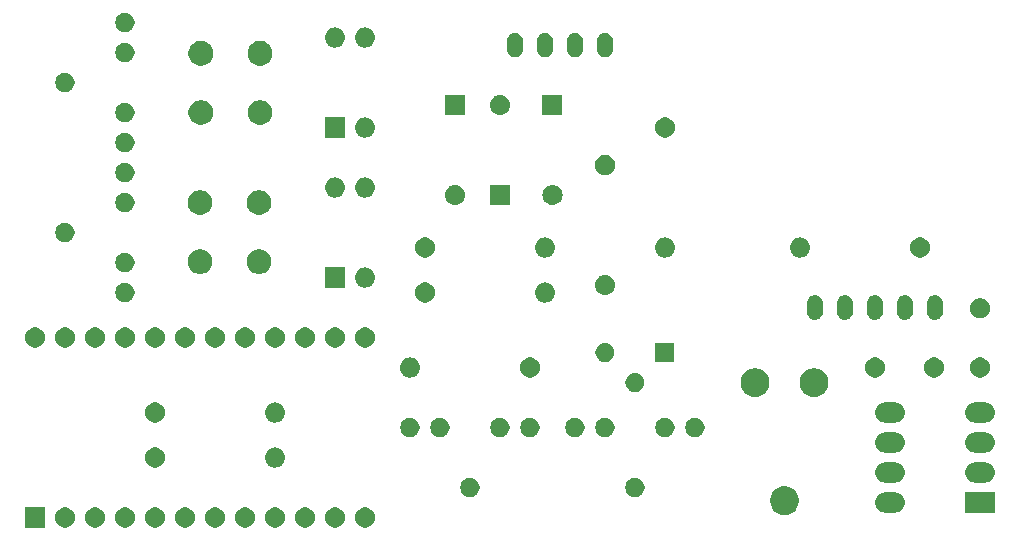
<source format=gts>
G04 #@! TF.GenerationSoftware,KiCad,Pcbnew,5.1.2-f72e74a~84~ubuntu18.04.1*
G04 #@! TF.CreationDate,2019-05-20T21:18:26+03:00*
G04 #@! TF.ProjectId,manipulyator-v3 (2),6d616e69-7075-46c7-9961-746f722d7633,rev?*
G04 #@! TF.SameCoordinates,Original*
G04 #@! TF.FileFunction,Soldermask,Top*
G04 #@! TF.FilePolarity,Negative*
%FSLAX45Y45*%
G04 Gerber Fmt 4.5, Leading zero omitted, Abs format (unit mm)*
G04 Created by KiCad (PCBNEW 5.1.2-f72e74a~84~ubuntu18.04.1) date 2019-05-20 21:18:26*
%MOMM*%
%LPD*%
G04 APERTURE LIST*
%ADD10C,0.100000*%
G04 APERTURE END LIST*
D10*
G36*
X402600Y232400D02*
G01*
X232400Y232400D01*
X232400Y402600D01*
X402600Y402600D01*
X402600Y232400D01*
X402600Y232400D01*
G37*
G36*
X596323Y399330D02*
G01*
X611810Y392915D01*
X625748Y383601D01*
X637602Y371748D01*
X646915Y357810D01*
X653330Y342323D01*
X656600Y325882D01*
X656600Y309118D01*
X653330Y292677D01*
X646915Y277190D01*
X637602Y263252D01*
X625748Y251398D01*
X611810Y242085D01*
X596323Y235670D01*
X579882Y232400D01*
X563118Y232400D01*
X546677Y235670D01*
X531190Y242085D01*
X517252Y251398D01*
X505398Y263252D01*
X496085Y277190D01*
X489670Y292677D01*
X486400Y309118D01*
X486400Y325882D01*
X489670Y342323D01*
X496085Y357810D01*
X505398Y371748D01*
X517252Y383601D01*
X531190Y392915D01*
X546677Y399330D01*
X563118Y402600D01*
X579882Y402600D01*
X596323Y399330D01*
X596323Y399330D01*
G37*
G36*
X850323Y399330D02*
G01*
X865810Y392915D01*
X879748Y383601D01*
X891601Y371748D01*
X900915Y357810D01*
X907330Y342323D01*
X910600Y325882D01*
X910600Y309118D01*
X907330Y292677D01*
X900915Y277190D01*
X891601Y263252D01*
X879748Y251398D01*
X865810Y242085D01*
X850323Y235670D01*
X833882Y232400D01*
X817118Y232400D01*
X800677Y235670D01*
X785190Y242085D01*
X771252Y251398D01*
X759398Y263252D01*
X750085Y277190D01*
X743670Y292677D01*
X740400Y309118D01*
X740400Y325882D01*
X743670Y342323D01*
X750085Y357810D01*
X759398Y371748D01*
X771252Y383601D01*
X785190Y392915D01*
X800677Y399330D01*
X817118Y402600D01*
X833882Y402600D01*
X850323Y399330D01*
X850323Y399330D01*
G37*
G36*
X1104323Y399330D02*
G01*
X1119810Y392915D01*
X1133748Y383601D01*
X1145602Y371748D01*
X1154915Y357810D01*
X1161330Y342323D01*
X1164600Y325882D01*
X1164600Y309118D01*
X1161330Y292677D01*
X1154915Y277190D01*
X1145602Y263252D01*
X1133748Y251398D01*
X1119810Y242085D01*
X1104323Y235670D01*
X1087882Y232400D01*
X1071118Y232400D01*
X1054677Y235670D01*
X1039190Y242085D01*
X1025252Y251398D01*
X1013398Y263252D01*
X1004085Y277190D01*
X997670Y292677D01*
X994400Y309118D01*
X994400Y325882D01*
X997670Y342323D01*
X1004085Y357810D01*
X1013398Y371748D01*
X1025252Y383601D01*
X1039190Y392915D01*
X1054677Y399330D01*
X1071118Y402600D01*
X1087882Y402600D01*
X1104323Y399330D01*
X1104323Y399330D01*
G37*
G36*
X1358323Y399330D02*
G01*
X1373810Y392915D01*
X1387748Y383601D01*
X1399601Y371748D01*
X1408915Y357810D01*
X1415330Y342323D01*
X1418600Y325882D01*
X1418600Y309118D01*
X1415330Y292677D01*
X1408915Y277190D01*
X1399601Y263252D01*
X1387748Y251398D01*
X1373810Y242085D01*
X1358323Y235670D01*
X1341882Y232400D01*
X1325118Y232400D01*
X1308677Y235670D01*
X1293190Y242085D01*
X1279252Y251398D01*
X1267399Y263252D01*
X1258085Y277190D01*
X1251670Y292677D01*
X1248400Y309118D01*
X1248400Y325882D01*
X1251670Y342323D01*
X1258085Y357810D01*
X1267399Y371748D01*
X1279252Y383601D01*
X1293190Y392915D01*
X1308677Y399330D01*
X1325118Y402600D01*
X1341882Y402600D01*
X1358323Y399330D01*
X1358323Y399330D01*
G37*
G36*
X1612323Y399330D02*
G01*
X1627810Y392915D01*
X1641748Y383601D01*
X1653601Y371748D01*
X1662915Y357810D01*
X1669330Y342323D01*
X1672600Y325882D01*
X1672600Y309118D01*
X1669330Y292677D01*
X1662915Y277190D01*
X1653601Y263252D01*
X1641748Y251398D01*
X1627810Y242085D01*
X1612323Y235670D01*
X1595882Y232400D01*
X1579118Y232400D01*
X1562677Y235670D01*
X1547190Y242085D01*
X1533252Y251398D01*
X1521398Y263252D01*
X1512085Y277190D01*
X1505670Y292677D01*
X1502400Y309118D01*
X1502400Y325882D01*
X1505670Y342323D01*
X1512085Y357810D01*
X1521398Y371748D01*
X1533252Y383601D01*
X1547190Y392915D01*
X1562677Y399330D01*
X1579118Y402600D01*
X1595882Y402600D01*
X1612323Y399330D01*
X1612323Y399330D01*
G37*
G36*
X1866323Y399330D02*
G01*
X1881810Y392915D01*
X1895748Y383601D01*
X1907601Y371748D01*
X1916915Y357810D01*
X1923330Y342323D01*
X1926600Y325882D01*
X1926600Y309118D01*
X1923330Y292677D01*
X1916915Y277190D01*
X1907601Y263252D01*
X1895748Y251398D01*
X1881810Y242085D01*
X1866323Y235670D01*
X1849882Y232400D01*
X1833118Y232400D01*
X1816677Y235670D01*
X1801190Y242085D01*
X1787252Y251398D01*
X1775398Y263252D01*
X1766085Y277190D01*
X1759670Y292677D01*
X1756400Y309118D01*
X1756400Y325882D01*
X1759670Y342323D01*
X1766085Y357810D01*
X1775398Y371748D01*
X1787252Y383601D01*
X1801190Y392915D01*
X1816677Y399330D01*
X1833118Y402600D01*
X1849882Y402600D01*
X1866323Y399330D01*
X1866323Y399330D01*
G37*
G36*
X2120323Y399330D02*
G01*
X2135810Y392915D01*
X2149748Y383601D01*
X2161602Y371748D01*
X2170915Y357810D01*
X2177330Y342323D01*
X2180600Y325882D01*
X2180600Y309118D01*
X2177330Y292677D01*
X2170915Y277190D01*
X2161602Y263252D01*
X2149748Y251398D01*
X2135810Y242085D01*
X2120323Y235670D01*
X2103882Y232400D01*
X2087118Y232400D01*
X2070677Y235670D01*
X2055190Y242085D01*
X2041252Y251398D01*
X2029398Y263252D01*
X2020085Y277190D01*
X2013670Y292677D01*
X2010400Y309118D01*
X2010400Y325882D01*
X2013670Y342323D01*
X2020085Y357810D01*
X2029398Y371748D01*
X2041252Y383601D01*
X2055190Y392915D01*
X2070677Y399330D01*
X2087118Y402600D01*
X2103882Y402600D01*
X2120323Y399330D01*
X2120323Y399330D01*
G37*
G36*
X2374323Y399330D02*
G01*
X2389810Y392915D01*
X2403748Y383601D01*
X2415602Y371748D01*
X2424915Y357810D01*
X2431330Y342323D01*
X2434600Y325882D01*
X2434600Y309118D01*
X2431330Y292677D01*
X2424915Y277190D01*
X2415602Y263252D01*
X2403748Y251398D01*
X2389810Y242085D01*
X2374323Y235670D01*
X2357882Y232400D01*
X2341118Y232400D01*
X2324677Y235670D01*
X2309190Y242085D01*
X2295252Y251398D01*
X2283399Y263252D01*
X2274085Y277190D01*
X2267670Y292677D01*
X2264400Y309118D01*
X2264400Y325882D01*
X2267670Y342323D01*
X2274085Y357810D01*
X2283399Y371748D01*
X2295252Y383601D01*
X2309190Y392915D01*
X2324677Y399330D01*
X2341118Y402600D01*
X2357882Y402600D01*
X2374323Y399330D01*
X2374323Y399330D01*
G37*
G36*
X2628323Y399330D02*
G01*
X2643810Y392915D01*
X2657748Y383601D01*
X2669602Y371748D01*
X2678915Y357810D01*
X2685330Y342323D01*
X2688600Y325882D01*
X2688600Y309118D01*
X2685330Y292677D01*
X2678915Y277190D01*
X2669602Y263252D01*
X2657748Y251398D01*
X2643810Y242085D01*
X2628323Y235670D01*
X2611882Y232400D01*
X2595118Y232400D01*
X2578677Y235670D01*
X2563190Y242085D01*
X2549252Y251398D01*
X2537399Y263252D01*
X2528085Y277190D01*
X2521670Y292677D01*
X2518400Y309118D01*
X2518400Y325882D01*
X2521670Y342323D01*
X2528085Y357810D01*
X2537399Y371748D01*
X2549252Y383601D01*
X2563190Y392915D01*
X2578677Y399330D01*
X2595118Y402600D01*
X2611882Y402600D01*
X2628323Y399330D01*
X2628323Y399330D01*
G37*
G36*
X3136323Y399330D02*
G01*
X3151810Y392915D01*
X3165748Y383601D01*
X3177601Y371748D01*
X3186915Y357810D01*
X3193330Y342323D01*
X3196600Y325882D01*
X3196600Y309118D01*
X3193330Y292677D01*
X3186915Y277190D01*
X3177601Y263252D01*
X3165748Y251398D01*
X3151810Y242085D01*
X3136323Y235670D01*
X3119882Y232400D01*
X3103118Y232400D01*
X3086677Y235670D01*
X3071190Y242085D01*
X3057252Y251398D01*
X3045398Y263252D01*
X3036085Y277190D01*
X3029670Y292677D01*
X3026400Y309118D01*
X3026400Y325882D01*
X3029670Y342323D01*
X3036085Y357810D01*
X3045398Y371748D01*
X3057252Y383601D01*
X3071190Y392915D01*
X3086677Y399330D01*
X3103118Y402600D01*
X3119882Y402600D01*
X3136323Y399330D01*
X3136323Y399330D01*
G37*
G36*
X2882323Y399330D02*
G01*
X2897810Y392915D01*
X2911748Y383601D01*
X2923601Y371748D01*
X2932915Y357810D01*
X2939330Y342323D01*
X2942600Y325882D01*
X2942600Y309118D01*
X2939330Y292677D01*
X2932915Y277190D01*
X2923601Y263252D01*
X2911748Y251398D01*
X2897810Y242085D01*
X2882323Y235670D01*
X2865882Y232400D01*
X2849118Y232400D01*
X2832677Y235670D01*
X2817190Y242085D01*
X2803252Y251398D01*
X2791399Y263252D01*
X2782085Y277190D01*
X2775670Y292677D01*
X2772400Y309118D01*
X2772400Y325882D01*
X2775670Y342323D01*
X2782085Y357810D01*
X2791399Y371748D01*
X2803252Y383601D01*
X2817190Y392915D01*
X2832677Y399330D01*
X2849118Y402600D01*
X2865882Y402600D01*
X2882323Y399330D01*
X2882323Y399330D01*
G37*
G36*
X6699115Y577908D02*
G01*
X6708319Y574095D01*
X6721336Y568704D01*
X6741334Y555341D01*
X6758341Y538334D01*
X6771704Y518336D01*
X6775840Y508350D01*
X6780908Y496115D01*
X6781463Y493324D01*
X6784665Y477224D01*
X6785600Y472526D01*
X6785600Y448474D01*
X6781491Y427817D01*
X6780908Y424885D01*
X6771704Y402664D01*
X6758341Y382666D01*
X6741334Y365659D01*
X6721336Y352296D01*
X6708319Y346905D01*
X6699115Y343092D01*
X6695248Y342323D01*
X6675526Y338400D01*
X6651474Y338400D01*
X6631752Y342323D01*
X6627885Y343092D01*
X6618681Y346905D01*
X6605664Y352296D01*
X6585666Y365659D01*
X6568659Y382666D01*
X6555296Y402664D01*
X6546092Y424885D01*
X6545509Y427817D01*
X6541400Y448474D01*
X6541400Y472526D01*
X6542335Y477224D01*
X6545537Y493324D01*
X6546092Y496115D01*
X6551160Y508350D01*
X6555296Y518336D01*
X6568659Y538334D01*
X6585666Y555341D01*
X6605664Y568704D01*
X6618681Y574095D01*
X6627885Y577908D01*
X6639679Y580254D01*
X6651474Y582600D01*
X6675526Y582600D01*
X6699115Y577908D01*
X6699115Y577908D01*
G37*
G36*
X8443600Y359400D02*
G01*
X8193400Y359400D01*
X8193400Y529600D01*
X8443600Y529600D01*
X8443600Y359400D01*
X8443600Y359400D01*
G37*
G36*
X7613182Y528369D02*
G01*
X7629224Y523502D01*
X7638890Y518336D01*
X7644008Y515600D01*
X7656966Y504966D01*
X7667600Y492008D01*
X7667600Y492008D01*
X7675502Y477224D01*
X7680369Y461182D01*
X7682012Y444500D01*
X7680369Y427818D01*
X7675502Y411776D01*
X7670632Y402664D01*
X7667600Y396992D01*
X7656966Y384034D01*
X7644008Y373400D01*
X7644008Y373399D01*
X7629224Y365498D01*
X7613182Y360631D01*
X7600680Y359400D01*
X7512320Y359400D01*
X7499818Y360631D01*
X7483776Y365498D01*
X7468992Y373399D01*
X7468992Y373400D01*
X7456034Y384034D01*
X7445400Y396992D01*
X7442368Y402664D01*
X7437498Y411776D01*
X7432631Y427818D01*
X7430988Y444500D01*
X7432631Y461182D01*
X7437498Y477224D01*
X7445399Y492008D01*
X7445400Y492008D01*
X7456034Y504966D01*
X7468992Y515600D01*
X7474110Y518336D01*
X7483776Y523502D01*
X7499818Y528369D01*
X7512320Y529600D01*
X7600680Y529600D01*
X7613182Y528369D01*
X7613182Y528369D01*
G37*
G36*
X5421214Y649676D02*
G01*
X5436010Y643547D01*
X5449326Y634650D01*
X5460650Y623326D01*
X5469547Y610010D01*
X5475676Y595214D01*
X5478800Y579508D01*
X5478800Y563493D01*
X5475676Y547786D01*
X5469547Y532990D01*
X5460650Y519674D01*
X5449326Y508350D01*
X5436010Y499453D01*
X5421214Y493324D01*
X5405508Y490200D01*
X5389493Y490200D01*
X5373786Y493324D01*
X5358990Y499453D01*
X5345675Y508350D01*
X5334350Y519674D01*
X5325453Y532990D01*
X5319324Y547786D01*
X5316200Y563493D01*
X5316200Y579508D01*
X5319324Y595214D01*
X5325453Y610010D01*
X5334350Y623326D01*
X5345675Y634650D01*
X5358990Y643547D01*
X5373786Y649676D01*
X5389493Y652800D01*
X5405508Y652800D01*
X5421214Y649676D01*
X5421214Y649676D01*
G37*
G36*
X4024214Y649676D02*
G01*
X4039010Y643547D01*
X4052325Y634650D01*
X4063650Y623326D01*
X4072547Y610010D01*
X4078676Y595214D01*
X4081800Y579508D01*
X4081800Y563493D01*
X4078676Y547786D01*
X4072547Y532990D01*
X4063650Y519674D01*
X4052325Y508350D01*
X4039010Y499453D01*
X4024214Y493324D01*
X4008507Y490200D01*
X3992492Y490200D01*
X3976786Y493324D01*
X3961990Y499453D01*
X3948674Y508350D01*
X3937350Y519674D01*
X3928453Y532990D01*
X3922324Y547786D01*
X3919200Y563493D01*
X3919200Y579508D01*
X3922324Y595214D01*
X3928453Y610010D01*
X3937350Y623326D01*
X3948674Y634650D01*
X3961990Y643547D01*
X3976786Y649676D01*
X3992492Y652800D01*
X4008507Y652800D01*
X4024214Y649676D01*
X4024214Y649676D01*
G37*
G36*
X7613182Y782369D02*
G01*
X7629224Y777502D01*
X7642491Y770411D01*
X7644008Y769600D01*
X7656966Y758966D01*
X7667600Y746008D01*
X7667600Y746008D01*
X7675502Y731224D01*
X7680369Y715182D01*
X7682012Y698500D01*
X7680369Y681818D01*
X7675502Y665776D01*
X7668567Y652800D01*
X7667600Y650992D01*
X7656966Y638034D01*
X7644008Y627400D01*
X7644008Y627400D01*
X7629224Y619498D01*
X7613182Y614631D01*
X7600680Y613400D01*
X7512320Y613400D01*
X7499818Y614631D01*
X7483776Y619498D01*
X7468992Y627400D01*
X7468992Y627400D01*
X7456034Y638034D01*
X7445400Y650992D01*
X7444433Y652800D01*
X7437498Y665776D01*
X7432631Y681818D01*
X7430988Y698500D01*
X7432631Y715182D01*
X7437498Y731224D01*
X7445399Y746008D01*
X7445400Y746008D01*
X7456034Y758966D01*
X7468992Y769600D01*
X7470509Y770411D01*
X7483776Y777502D01*
X7499818Y782369D01*
X7512320Y783600D01*
X7600680Y783600D01*
X7613182Y782369D01*
X7613182Y782369D01*
G37*
G36*
X8375182Y782369D02*
G01*
X8391224Y777502D01*
X8404491Y770411D01*
X8406008Y769600D01*
X8418966Y758966D01*
X8429600Y746008D01*
X8429601Y746008D01*
X8437502Y731224D01*
X8442369Y715182D01*
X8444012Y698500D01*
X8442369Y681818D01*
X8437502Y665776D01*
X8430567Y652800D01*
X8429600Y650992D01*
X8418966Y638034D01*
X8406008Y627400D01*
X8406008Y627400D01*
X8391224Y619498D01*
X8375182Y614631D01*
X8362680Y613400D01*
X8274320Y613400D01*
X8261818Y614631D01*
X8245776Y619498D01*
X8230992Y627400D01*
X8230992Y627400D01*
X8218034Y638034D01*
X8207400Y650992D01*
X8206433Y652800D01*
X8199498Y665776D01*
X8194631Y681818D01*
X8192988Y698500D01*
X8194631Y715182D01*
X8199498Y731224D01*
X8207399Y746008D01*
X8207400Y746008D01*
X8218034Y758966D01*
X8230992Y769600D01*
X8232509Y770411D01*
X8245776Y777502D01*
X8261818Y782369D01*
X8274320Y783600D01*
X8362680Y783600D01*
X8375182Y782369D01*
X8375182Y782369D01*
G37*
G36*
X1358323Y907330D02*
G01*
X1373810Y900915D01*
X1387748Y891601D01*
X1399601Y879748D01*
X1408915Y865810D01*
X1415330Y850323D01*
X1418600Y833882D01*
X1418600Y817118D01*
X1415330Y800677D01*
X1408915Y785190D01*
X1399601Y771252D01*
X1387748Y759398D01*
X1373810Y750085D01*
X1358323Y743670D01*
X1341882Y740400D01*
X1325118Y740400D01*
X1308677Y743670D01*
X1293190Y750085D01*
X1279252Y759398D01*
X1267399Y771252D01*
X1258085Y785190D01*
X1251670Y800677D01*
X1248400Y817118D01*
X1248400Y833882D01*
X1251670Y850323D01*
X1258085Y865810D01*
X1267399Y879748D01*
X1279252Y891601D01*
X1293190Y900915D01*
X1308677Y907330D01*
X1325118Y910600D01*
X1341882Y910600D01*
X1358323Y907330D01*
X1358323Y907330D01*
G37*
G36*
X2366182Y909369D02*
G01*
X2382224Y904502D01*
X2388936Y900915D01*
X2397008Y896600D01*
X2409966Y885966D01*
X2420600Y873008D01*
X2420601Y873008D01*
X2428502Y858224D01*
X2433369Y842182D01*
X2435012Y825500D01*
X2433369Y808818D01*
X2428502Y792776D01*
X2424448Y785190D01*
X2420600Y777992D01*
X2409966Y765034D01*
X2397008Y754400D01*
X2397008Y754399D01*
X2382224Y746498D01*
X2366182Y741631D01*
X2353680Y740400D01*
X2345320Y740400D01*
X2332818Y741631D01*
X2316776Y746498D01*
X2301992Y754399D01*
X2301992Y754400D01*
X2289034Y765034D01*
X2278400Y777992D01*
X2274552Y785190D01*
X2270498Y792776D01*
X2265631Y808818D01*
X2263988Y825500D01*
X2265631Y842182D01*
X2270498Y858224D01*
X2278400Y873008D01*
X2278400Y873008D01*
X2289034Y885966D01*
X2301992Y896600D01*
X2310064Y900915D01*
X2316776Y904502D01*
X2332818Y909369D01*
X2345320Y910600D01*
X2353680Y910600D01*
X2366182Y909369D01*
X2366182Y909369D01*
G37*
G36*
X8375182Y1036369D02*
G01*
X8391224Y1031502D01*
X8404491Y1024411D01*
X8406008Y1023600D01*
X8418966Y1012966D01*
X8429600Y1000008D01*
X8429601Y1000008D01*
X8437502Y985224D01*
X8442369Y969182D01*
X8444012Y952500D01*
X8442369Y935818D01*
X8437502Y919776D01*
X8432598Y910600D01*
X8429600Y904992D01*
X8418966Y892034D01*
X8406008Y881400D01*
X8406008Y881399D01*
X8391224Y873498D01*
X8375182Y868631D01*
X8362680Y867400D01*
X8274320Y867400D01*
X8261818Y868631D01*
X8245776Y873498D01*
X8230992Y881399D01*
X8230992Y881400D01*
X8218034Y892034D01*
X8207400Y904992D01*
X8204402Y910600D01*
X8199498Y919776D01*
X8194631Y935818D01*
X8192988Y952500D01*
X8194631Y969182D01*
X8199498Y985224D01*
X8207399Y1000008D01*
X8207400Y1000008D01*
X8218034Y1012966D01*
X8230992Y1023600D01*
X8232509Y1024411D01*
X8245776Y1031502D01*
X8261818Y1036369D01*
X8274320Y1037600D01*
X8362680Y1037600D01*
X8375182Y1036369D01*
X8375182Y1036369D01*
G37*
G36*
X7613182Y1036369D02*
G01*
X7629224Y1031502D01*
X7642491Y1024411D01*
X7644008Y1023600D01*
X7656966Y1012966D01*
X7667600Y1000008D01*
X7667600Y1000008D01*
X7675502Y985224D01*
X7680369Y969182D01*
X7682012Y952500D01*
X7680369Y935818D01*
X7675502Y919776D01*
X7670598Y910600D01*
X7667600Y904992D01*
X7656966Y892034D01*
X7644008Y881400D01*
X7644008Y881399D01*
X7629224Y873498D01*
X7613182Y868631D01*
X7600680Y867400D01*
X7512320Y867400D01*
X7499818Y868631D01*
X7483776Y873498D01*
X7468992Y881399D01*
X7468992Y881400D01*
X7456034Y892034D01*
X7445400Y904992D01*
X7442402Y910600D01*
X7437498Y919776D01*
X7432631Y935818D01*
X7430988Y952500D01*
X7432631Y969182D01*
X7437498Y985224D01*
X7445399Y1000008D01*
X7445400Y1000008D01*
X7456034Y1012966D01*
X7468992Y1023600D01*
X7470509Y1024411D01*
X7483776Y1031502D01*
X7499818Y1036369D01*
X7512320Y1037600D01*
X7600680Y1037600D01*
X7613182Y1036369D01*
X7613182Y1036369D01*
G37*
G36*
X4278214Y1157676D02*
G01*
X4293010Y1151547D01*
X4306326Y1142650D01*
X4317650Y1131326D01*
X4326547Y1118010D01*
X4332676Y1103214D01*
X4335800Y1087508D01*
X4335800Y1071493D01*
X4332676Y1055786D01*
X4326547Y1040990D01*
X4317650Y1027674D01*
X4306326Y1016350D01*
X4293010Y1007453D01*
X4278214Y1001324D01*
X4262508Y998200D01*
X4246493Y998200D01*
X4230786Y1001324D01*
X4215990Y1007453D01*
X4202675Y1016350D01*
X4191350Y1027674D01*
X4182453Y1040990D01*
X4176324Y1055786D01*
X4173200Y1071493D01*
X4173200Y1087508D01*
X4176324Y1103214D01*
X4182453Y1118010D01*
X4191350Y1131326D01*
X4202675Y1142650D01*
X4215990Y1151547D01*
X4230786Y1157676D01*
X4246493Y1160800D01*
X4262508Y1160800D01*
X4278214Y1157676D01*
X4278214Y1157676D01*
G37*
G36*
X4913214Y1157676D02*
G01*
X4928010Y1151547D01*
X4941326Y1142650D01*
X4952650Y1131326D01*
X4961547Y1118010D01*
X4967676Y1103214D01*
X4970800Y1087508D01*
X4970800Y1071493D01*
X4967676Y1055786D01*
X4961547Y1040990D01*
X4952650Y1027674D01*
X4941326Y1016350D01*
X4928010Y1007453D01*
X4913214Y1001324D01*
X4897508Y998200D01*
X4881493Y998200D01*
X4865786Y1001324D01*
X4850990Y1007453D01*
X4837675Y1016350D01*
X4826350Y1027674D01*
X4817453Y1040990D01*
X4811324Y1055786D01*
X4808200Y1071493D01*
X4808200Y1087508D01*
X4811324Y1103214D01*
X4817453Y1118010D01*
X4826350Y1131326D01*
X4837675Y1142650D01*
X4850990Y1151547D01*
X4865786Y1157676D01*
X4881493Y1160800D01*
X4897508Y1160800D01*
X4913214Y1157676D01*
X4913214Y1157676D01*
G37*
G36*
X5167214Y1157676D02*
G01*
X5182010Y1151547D01*
X5195326Y1142650D01*
X5206650Y1131326D01*
X5215547Y1118010D01*
X5221676Y1103214D01*
X5224800Y1087508D01*
X5224800Y1071493D01*
X5221676Y1055786D01*
X5215547Y1040990D01*
X5206650Y1027674D01*
X5195326Y1016350D01*
X5182010Y1007453D01*
X5167214Y1001324D01*
X5151508Y998200D01*
X5135493Y998200D01*
X5119786Y1001324D01*
X5104990Y1007453D01*
X5091675Y1016350D01*
X5080350Y1027674D01*
X5071453Y1040990D01*
X5065324Y1055786D01*
X5062200Y1071493D01*
X5062200Y1087508D01*
X5065324Y1103214D01*
X5071453Y1118010D01*
X5080350Y1131326D01*
X5091675Y1142650D01*
X5104990Y1151547D01*
X5119786Y1157676D01*
X5135493Y1160800D01*
X5151508Y1160800D01*
X5167214Y1157676D01*
X5167214Y1157676D01*
G37*
G36*
X5675214Y1157676D02*
G01*
X5690010Y1151547D01*
X5703325Y1142650D01*
X5714650Y1131326D01*
X5723547Y1118010D01*
X5729676Y1103214D01*
X5732800Y1087508D01*
X5732800Y1071493D01*
X5729676Y1055786D01*
X5723547Y1040990D01*
X5714650Y1027674D01*
X5703325Y1016350D01*
X5690010Y1007453D01*
X5675214Y1001324D01*
X5659507Y998200D01*
X5643492Y998200D01*
X5627786Y1001324D01*
X5612990Y1007453D01*
X5599674Y1016350D01*
X5588350Y1027674D01*
X5579453Y1040990D01*
X5573324Y1055786D01*
X5570200Y1071493D01*
X5570200Y1087508D01*
X5573324Y1103214D01*
X5579453Y1118010D01*
X5588350Y1131326D01*
X5599674Y1142650D01*
X5612990Y1151547D01*
X5627786Y1157676D01*
X5643492Y1160800D01*
X5659507Y1160800D01*
X5675214Y1157676D01*
X5675214Y1157676D01*
G37*
G36*
X4532214Y1157676D02*
G01*
X4547010Y1151547D01*
X4560326Y1142650D01*
X4571650Y1131326D01*
X4580547Y1118010D01*
X4586676Y1103214D01*
X4589800Y1087508D01*
X4589800Y1071493D01*
X4586676Y1055786D01*
X4580547Y1040990D01*
X4571650Y1027674D01*
X4560326Y1016350D01*
X4547010Y1007453D01*
X4532214Y1001324D01*
X4516508Y998200D01*
X4500493Y998200D01*
X4484786Y1001324D01*
X4469990Y1007453D01*
X4456675Y1016350D01*
X4445350Y1027674D01*
X4436453Y1040990D01*
X4430324Y1055786D01*
X4427200Y1071493D01*
X4427200Y1087508D01*
X4430324Y1103214D01*
X4436453Y1118010D01*
X4445350Y1131326D01*
X4456675Y1142650D01*
X4469990Y1151547D01*
X4484786Y1157676D01*
X4500493Y1160800D01*
X4516508Y1160800D01*
X4532214Y1157676D01*
X4532214Y1157676D01*
G37*
G36*
X3516214Y1157676D02*
G01*
X3531010Y1151547D01*
X3544325Y1142650D01*
X3555650Y1131326D01*
X3564547Y1118010D01*
X3570676Y1103214D01*
X3573800Y1087508D01*
X3573800Y1071493D01*
X3570676Y1055786D01*
X3564547Y1040990D01*
X3555650Y1027674D01*
X3544325Y1016350D01*
X3531010Y1007453D01*
X3516214Y1001324D01*
X3500507Y998200D01*
X3484492Y998200D01*
X3468786Y1001324D01*
X3453990Y1007453D01*
X3440674Y1016350D01*
X3429350Y1027674D01*
X3420453Y1040990D01*
X3414324Y1055786D01*
X3411200Y1071493D01*
X3411200Y1087508D01*
X3414324Y1103214D01*
X3420453Y1118010D01*
X3429350Y1131326D01*
X3440674Y1142650D01*
X3453990Y1151547D01*
X3468786Y1157676D01*
X3484492Y1160800D01*
X3500507Y1160800D01*
X3516214Y1157676D01*
X3516214Y1157676D01*
G37*
G36*
X3770214Y1157676D02*
G01*
X3785010Y1151547D01*
X3798325Y1142650D01*
X3809650Y1131326D01*
X3818547Y1118010D01*
X3824676Y1103214D01*
X3827800Y1087508D01*
X3827800Y1071493D01*
X3824676Y1055786D01*
X3818547Y1040990D01*
X3809650Y1027674D01*
X3798325Y1016350D01*
X3785010Y1007453D01*
X3770214Y1001324D01*
X3754507Y998200D01*
X3738492Y998200D01*
X3722786Y1001324D01*
X3707990Y1007453D01*
X3694674Y1016350D01*
X3683350Y1027674D01*
X3674453Y1040990D01*
X3668324Y1055786D01*
X3665200Y1071493D01*
X3665200Y1087508D01*
X3668324Y1103214D01*
X3674453Y1118010D01*
X3683350Y1131326D01*
X3694674Y1142650D01*
X3707990Y1151547D01*
X3722786Y1157676D01*
X3738492Y1160800D01*
X3754507Y1160800D01*
X3770214Y1157676D01*
X3770214Y1157676D01*
G37*
G36*
X5929214Y1157676D02*
G01*
X5944010Y1151547D01*
X5957325Y1142650D01*
X5968650Y1131326D01*
X5977547Y1118010D01*
X5983676Y1103214D01*
X5986800Y1087508D01*
X5986800Y1071493D01*
X5983676Y1055786D01*
X5977547Y1040990D01*
X5968650Y1027674D01*
X5957325Y1016350D01*
X5944010Y1007453D01*
X5929214Y1001324D01*
X5913507Y998200D01*
X5897492Y998200D01*
X5881786Y1001324D01*
X5866990Y1007453D01*
X5853674Y1016350D01*
X5842350Y1027674D01*
X5833453Y1040990D01*
X5827324Y1055786D01*
X5824200Y1071493D01*
X5824200Y1087508D01*
X5827324Y1103214D01*
X5833453Y1118010D01*
X5842350Y1131326D01*
X5853674Y1142650D01*
X5866990Y1151547D01*
X5881786Y1157676D01*
X5897492Y1160800D01*
X5913507Y1160800D01*
X5929214Y1157676D01*
X5929214Y1157676D01*
G37*
G36*
X2366182Y1290369D02*
G01*
X2382224Y1285502D01*
X2388936Y1281915D01*
X2397008Y1277600D01*
X2409966Y1266966D01*
X2420600Y1254008D01*
X2420601Y1254008D01*
X2428502Y1239224D01*
X2433369Y1223182D01*
X2435012Y1206500D01*
X2433369Y1189818D01*
X2428502Y1173776D01*
X2424448Y1166190D01*
X2420600Y1158992D01*
X2409966Y1146034D01*
X2397008Y1135400D01*
X2397008Y1135400D01*
X2382224Y1127498D01*
X2366182Y1122631D01*
X2353680Y1121400D01*
X2345320Y1121400D01*
X2332818Y1122631D01*
X2316776Y1127498D01*
X2301992Y1135400D01*
X2301992Y1135400D01*
X2289034Y1146034D01*
X2278400Y1158992D01*
X2274552Y1166190D01*
X2270498Y1173776D01*
X2265631Y1189818D01*
X2263988Y1206500D01*
X2265631Y1223182D01*
X2270498Y1239224D01*
X2278400Y1254008D01*
X2278400Y1254008D01*
X2289034Y1266966D01*
X2301992Y1277600D01*
X2310064Y1281915D01*
X2316776Y1285502D01*
X2332818Y1290369D01*
X2345320Y1291600D01*
X2353680Y1291600D01*
X2366182Y1290369D01*
X2366182Y1290369D01*
G37*
G36*
X1358323Y1288330D02*
G01*
X1373810Y1281915D01*
X1387748Y1272602D01*
X1399601Y1260748D01*
X1408915Y1246810D01*
X1415330Y1231323D01*
X1418600Y1214882D01*
X1418600Y1198118D01*
X1415330Y1181677D01*
X1408915Y1166190D01*
X1399601Y1152252D01*
X1387748Y1140399D01*
X1373810Y1131085D01*
X1358323Y1124670D01*
X1341882Y1121400D01*
X1325118Y1121400D01*
X1308677Y1124670D01*
X1293190Y1131085D01*
X1279252Y1140399D01*
X1267399Y1152252D01*
X1258085Y1166190D01*
X1251670Y1181677D01*
X1248400Y1198118D01*
X1248400Y1214882D01*
X1251670Y1231323D01*
X1258085Y1246810D01*
X1267399Y1260748D01*
X1279252Y1272602D01*
X1293190Y1281915D01*
X1308677Y1288330D01*
X1325118Y1291600D01*
X1341882Y1291600D01*
X1358323Y1288330D01*
X1358323Y1288330D01*
G37*
G36*
X8375182Y1290369D02*
G01*
X8391224Y1285502D01*
X8397936Y1281915D01*
X8406008Y1277600D01*
X8418966Y1266966D01*
X8429600Y1254008D01*
X8429601Y1254008D01*
X8437502Y1239224D01*
X8442369Y1223182D01*
X8444012Y1206500D01*
X8442369Y1189818D01*
X8437502Y1173776D01*
X8433448Y1166190D01*
X8429600Y1158992D01*
X8418966Y1146034D01*
X8406008Y1135400D01*
X8406008Y1135400D01*
X8391224Y1127498D01*
X8375182Y1122631D01*
X8362680Y1121400D01*
X8274320Y1121400D01*
X8261818Y1122631D01*
X8245776Y1127498D01*
X8230992Y1135400D01*
X8230992Y1135400D01*
X8218034Y1146034D01*
X8207400Y1158992D01*
X8203552Y1166190D01*
X8199498Y1173776D01*
X8194631Y1189818D01*
X8192988Y1206500D01*
X8194631Y1223182D01*
X8199498Y1239224D01*
X8207399Y1254008D01*
X8207400Y1254008D01*
X8218034Y1266966D01*
X8230992Y1277600D01*
X8239064Y1281915D01*
X8245776Y1285502D01*
X8261818Y1290369D01*
X8274320Y1291600D01*
X8362680Y1291600D01*
X8375182Y1290369D01*
X8375182Y1290369D01*
G37*
G36*
X7613182Y1290369D02*
G01*
X7629224Y1285502D01*
X7635936Y1281915D01*
X7644008Y1277600D01*
X7656966Y1266966D01*
X7667600Y1254008D01*
X7667600Y1254008D01*
X7675502Y1239224D01*
X7680369Y1223182D01*
X7682012Y1206500D01*
X7680369Y1189818D01*
X7675502Y1173776D01*
X7671448Y1166190D01*
X7667600Y1158992D01*
X7656966Y1146034D01*
X7644008Y1135400D01*
X7644008Y1135400D01*
X7629224Y1127498D01*
X7613182Y1122631D01*
X7600680Y1121400D01*
X7512320Y1121400D01*
X7499818Y1122631D01*
X7483776Y1127498D01*
X7468992Y1135400D01*
X7468992Y1135400D01*
X7456034Y1146034D01*
X7445400Y1158992D01*
X7441552Y1166190D01*
X7437498Y1173776D01*
X7432631Y1189818D01*
X7430988Y1206500D01*
X7432631Y1223182D01*
X7437498Y1239224D01*
X7445399Y1254008D01*
X7445400Y1254008D01*
X7456034Y1266966D01*
X7468992Y1277600D01*
X7477064Y1281915D01*
X7483776Y1285502D01*
X7499818Y1290369D01*
X7512320Y1291600D01*
X7600680Y1291600D01*
X7613182Y1290369D01*
X7613182Y1290369D01*
G37*
G36*
X6449115Y1577908D02*
G01*
X6458319Y1574095D01*
X6471336Y1568704D01*
X6491334Y1555341D01*
X6508341Y1538334D01*
X6521704Y1518336D01*
X6530908Y1496115D01*
X6535600Y1472526D01*
X6535600Y1448474D01*
X6530908Y1424885D01*
X6521704Y1402664D01*
X6508341Y1382666D01*
X6491334Y1365659D01*
X6471336Y1352296D01*
X6458319Y1346905D01*
X6449115Y1343092D01*
X6437320Y1340746D01*
X6425526Y1338400D01*
X6401474Y1338400D01*
X6389679Y1340746D01*
X6377885Y1343092D01*
X6368681Y1346905D01*
X6355664Y1352296D01*
X6335666Y1365659D01*
X6318659Y1382666D01*
X6305296Y1402664D01*
X6296092Y1424885D01*
X6291400Y1448474D01*
X6291400Y1472526D01*
X6296092Y1496115D01*
X6305296Y1518336D01*
X6318659Y1538334D01*
X6335666Y1555341D01*
X6355664Y1568704D01*
X6368681Y1574095D01*
X6377885Y1577908D01*
X6401474Y1582600D01*
X6425526Y1582600D01*
X6449115Y1577908D01*
X6449115Y1577908D01*
G37*
G36*
X6949115Y1577908D02*
G01*
X6958319Y1574095D01*
X6971336Y1568704D01*
X6991334Y1555341D01*
X7008341Y1538334D01*
X7021704Y1518336D01*
X7030908Y1496115D01*
X7035600Y1472526D01*
X7035600Y1448474D01*
X7030908Y1424885D01*
X7021704Y1402664D01*
X7008341Y1382666D01*
X6991334Y1365659D01*
X6971336Y1352296D01*
X6958319Y1346905D01*
X6949115Y1343092D01*
X6937320Y1340746D01*
X6925526Y1338400D01*
X6901474Y1338400D01*
X6889679Y1340746D01*
X6877885Y1343092D01*
X6868681Y1346905D01*
X6855664Y1352296D01*
X6835666Y1365659D01*
X6818659Y1382666D01*
X6805296Y1402664D01*
X6796092Y1424885D01*
X6791400Y1448474D01*
X6791400Y1472526D01*
X6796092Y1496115D01*
X6805296Y1518336D01*
X6818659Y1538334D01*
X6835666Y1555341D01*
X6855664Y1568704D01*
X6868681Y1574095D01*
X6877885Y1577908D01*
X6901474Y1582600D01*
X6925526Y1582600D01*
X6949115Y1577908D01*
X6949115Y1577908D01*
G37*
G36*
X5420864Y1537522D02*
G01*
X5431173Y1533252D01*
X5435442Y1531484D01*
X5448561Y1522718D01*
X5459718Y1511561D01*
X5465839Y1502400D01*
X5468484Y1498441D01*
X5474522Y1483864D01*
X5477600Y1468389D01*
X5477600Y1452611D01*
X5474522Y1437136D01*
X5469447Y1424885D01*
X5468484Y1422558D01*
X5459718Y1409439D01*
X5448561Y1398282D01*
X5435442Y1389516D01*
X5435442Y1389516D01*
X5435441Y1389516D01*
X5420864Y1383478D01*
X5405389Y1380400D01*
X5389611Y1380400D01*
X5374136Y1383478D01*
X5359559Y1389516D01*
X5359559Y1389516D01*
X5359558Y1389516D01*
X5346439Y1398282D01*
X5335282Y1409439D01*
X5326516Y1422558D01*
X5325553Y1424885D01*
X5320478Y1437136D01*
X5317400Y1452611D01*
X5317400Y1468389D01*
X5320478Y1483864D01*
X5326516Y1498441D01*
X5329161Y1502400D01*
X5335282Y1511561D01*
X5346439Y1522718D01*
X5359558Y1531484D01*
X5363827Y1533252D01*
X5374136Y1537522D01*
X5389611Y1540600D01*
X5405389Y1540600D01*
X5420864Y1537522D01*
X5420864Y1537522D01*
G37*
G36*
X4533323Y1669330D02*
G01*
X4548810Y1662915D01*
X4562748Y1653601D01*
X4574602Y1641748D01*
X4583915Y1627810D01*
X4590330Y1612323D01*
X4593600Y1595882D01*
X4593600Y1579118D01*
X4590330Y1562677D01*
X4583915Y1547190D01*
X4574602Y1533252D01*
X4562748Y1521398D01*
X4548810Y1512085D01*
X4533323Y1505670D01*
X4516882Y1502400D01*
X4500118Y1502400D01*
X4483677Y1505670D01*
X4468190Y1512085D01*
X4454252Y1521398D01*
X4442399Y1533252D01*
X4433085Y1547190D01*
X4426670Y1562677D01*
X4423400Y1579118D01*
X4423400Y1595882D01*
X4426670Y1612323D01*
X4433085Y1627810D01*
X4442399Y1641748D01*
X4454252Y1653601D01*
X4468190Y1662915D01*
X4483677Y1669330D01*
X4500118Y1672600D01*
X4516882Y1672600D01*
X4533323Y1669330D01*
X4533323Y1669330D01*
G37*
G36*
X7954323Y1669330D02*
G01*
X7969810Y1662915D01*
X7983748Y1653601D01*
X7995601Y1641748D01*
X8004915Y1627810D01*
X8011330Y1612323D01*
X8014600Y1595882D01*
X8014600Y1579118D01*
X8011330Y1562677D01*
X8004915Y1547190D01*
X7995601Y1533252D01*
X7983748Y1521398D01*
X7969810Y1512085D01*
X7954323Y1505670D01*
X7937882Y1502400D01*
X7921118Y1502400D01*
X7904677Y1505670D01*
X7889190Y1512085D01*
X7875252Y1521398D01*
X7863398Y1533252D01*
X7854085Y1547190D01*
X7847670Y1562677D01*
X7844400Y1579118D01*
X7844400Y1595882D01*
X7847670Y1612323D01*
X7854085Y1627810D01*
X7863398Y1641748D01*
X7875252Y1653601D01*
X7889190Y1662915D01*
X7904677Y1669330D01*
X7921118Y1672600D01*
X7937882Y1672600D01*
X7954323Y1669330D01*
X7954323Y1669330D01*
G37*
G36*
X7454323Y1669330D02*
G01*
X7469810Y1662915D01*
X7483748Y1653601D01*
X7495601Y1641748D01*
X7504915Y1627810D01*
X7511330Y1612323D01*
X7514600Y1595882D01*
X7514600Y1579118D01*
X7511330Y1562677D01*
X7504915Y1547190D01*
X7495601Y1533252D01*
X7483748Y1521398D01*
X7469810Y1512085D01*
X7454323Y1505670D01*
X7437882Y1502400D01*
X7421118Y1502400D01*
X7404677Y1505670D01*
X7389190Y1512085D01*
X7375252Y1521398D01*
X7363398Y1533252D01*
X7354085Y1547190D01*
X7347670Y1562677D01*
X7344400Y1579118D01*
X7344400Y1595882D01*
X7347670Y1612323D01*
X7354085Y1627810D01*
X7363398Y1641748D01*
X7375252Y1653601D01*
X7389190Y1662915D01*
X7404677Y1669330D01*
X7421118Y1672600D01*
X7437882Y1672600D01*
X7454323Y1669330D01*
X7454323Y1669330D01*
G37*
G36*
X8343323Y1669330D02*
G01*
X8358810Y1662915D01*
X8372748Y1653601D01*
X8384601Y1641748D01*
X8393915Y1627810D01*
X8400330Y1612323D01*
X8403600Y1595882D01*
X8403600Y1579118D01*
X8400330Y1562677D01*
X8393915Y1547190D01*
X8384601Y1533252D01*
X8372748Y1521398D01*
X8358810Y1512085D01*
X8343323Y1505670D01*
X8326882Y1502400D01*
X8310118Y1502400D01*
X8293677Y1505670D01*
X8278190Y1512085D01*
X8264252Y1521398D01*
X8252398Y1533252D01*
X8243085Y1547190D01*
X8236670Y1562677D01*
X8233400Y1579118D01*
X8233400Y1595882D01*
X8236670Y1612323D01*
X8243085Y1627810D01*
X8252398Y1641748D01*
X8264252Y1653601D01*
X8278190Y1662915D01*
X8293677Y1669330D01*
X8310118Y1672600D01*
X8326882Y1672600D01*
X8343323Y1669330D01*
X8343323Y1669330D01*
G37*
G36*
X3509182Y1671369D02*
G01*
X3525224Y1666502D01*
X3530955Y1663439D01*
X3540008Y1658600D01*
X3552966Y1647966D01*
X3563600Y1635008D01*
X3563600Y1635008D01*
X3571502Y1620224D01*
X3576369Y1604182D01*
X3578012Y1587500D01*
X3576369Y1570818D01*
X3572408Y1557762D01*
X3571674Y1555341D01*
X3571502Y1554776D01*
X3567448Y1547190D01*
X3563600Y1539992D01*
X3552966Y1527034D01*
X3540008Y1516400D01*
X3540008Y1516399D01*
X3525224Y1508498D01*
X3509182Y1503631D01*
X3496680Y1502400D01*
X3488320Y1502400D01*
X3475818Y1503631D01*
X3459776Y1508498D01*
X3444992Y1516399D01*
X3444992Y1516400D01*
X3432034Y1527034D01*
X3421400Y1539992D01*
X3417552Y1547190D01*
X3413498Y1554776D01*
X3413326Y1555341D01*
X3412592Y1557762D01*
X3408631Y1570818D01*
X3406988Y1587500D01*
X3408631Y1604182D01*
X3413498Y1620224D01*
X3421399Y1635008D01*
X3421400Y1635008D01*
X3432034Y1647966D01*
X3444992Y1658600D01*
X3454045Y1663439D01*
X3459776Y1666502D01*
X3475818Y1671369D01*
X3488320Y1672600D01*
X3496680Y1672600D01*
X3509182Y1671369D01*
X3509182Y1671369D01*
G37*
G36*
X5731600Y1634400D02*
G01*
X5571400Y1634400D01*
X5571400Y1794600D01*
X5731600Y1794600D01*
X5731600Y1634400D01*
X5731600Y1634400D01*
G37*
G36*
X5166864Y1791522D02*
G01*
X5177173Y1787252D01*
X5181442Y1785484D01*
X5194561Y1776718D01*
X5205718Y1765561D01*
X5211839Y1756400D01*
X5214484Y1752441D01*
X5220522Y1737864D01*
X5223600Y1722389D01*
X5223600Y1706611D01*
X5220522Y1691136D01*
X5214484Y1676559D01*
X5214484Y1676558D01*
X5205718Y1663439D01*
X5194561Y1652282D01*
X5181442Y1643516D01*
X5181442Y1643516D01*
X5181441Y1643516D01*
X5166864Y1637478D01*
X5151389Y1634400D01*
X5135611Y1634400D01*
X5120136Y1637478D01*
X5105559Y1643516D01*
X5105559Y1643516D01*
X5105558Y1643516D01*
X5092439Y1652282D01*
X5081282Y1663439D01*
X5072516Y1676558D01*
X5072516Y1676559D01*
X5066478Y1691136D01*
X5063400Y1706611D01*
X5063400Y1722389D01*
X5066478Y1737864D01*
X5072516Y1752441D01*
X5075161Y1756400D01*
X5081282Y1765561D01*
X5092439Y1776718D01*
X5105558Y1785484D01*
X5109827Y1787252D01*
X5120136Y1791522D01*
X5135611Y1794600D01*
X5151389Y1794600D01*
X5166864Y1791522D01*
X5166864Y1791522D01*
G37*
G36*
X2882323Y1923330D02*
G01*
X2897810Y1916915D01*
X2911748Y1907601D01*
X2923601Y1895748D01*
X2932915Y1881810D01*
X2939330Y1866323D01*
X2942600Y1849882D01*
X2942600Y1833118D01*
X2939330Y1816677D01*
X2932915Y1801190D01*
X2923601Y1787252D01*
X2911748Y1775398D01*
X2897810Y1766085D01*
X2882323Y1759670D01*
X2865882Y1756400D01*
X2849118Y1756400D01*
X2832677Y1759670D01*
X2817190Y1766085D01*
X2803252Y1775398D01*
X2791399Y1787252D01*
X2782085Y1801190D01*
X2775670Y1816677D01*
X2772400Y1833118D01*
X2772400Y1849882D01*
X2775670Y1866323D01*
X2782085Y1881810D01*
X2791399Y1895748D01*
X2803252Y1907601D01*
X2817190Y1916915D01*
X2832677Y1923330D01*
X2849118Y1926600D01*
X2865882Y1926600D01*
X2882323Y1923330D01*
X2882323Y1923330D01*
G37*
G36*
X2628323Y1923330D02*
G01*
X2643810Y1916915D01*
X2657748Y1907601D01*
X2669602Y1895748D01*
X2678915Y1881810D01*
X2685330Y1866323D01*
X2688600Y1849882D01*
X2688600Y1833118D01*
X2685330Y1816677D01*
X2678915Y1801190D01*
X2669602Y1787252D01*
X2657748Y1775398D01*
X2643810Y1766085D01*
X2628323Y1759670D01*
X2611882Y1756400D01*
X2595118Y1756400D01*
X2578677Y1759670D01*
X2563190Y1766085D01*
X2549252Y1775398D01*
X2537399Y1787252D01*
X2528085Y1801190D01*
X2521670Y1816677D01*
X2518400Y1833118D01*
X2518400Y1849882D01*
X2521670Y1866323D01*
X2528085Y1881810D01*
X2537399Y1895748D01*
X2549252Y1907601D01*
X2563190Y1916915D01*
X2578677Y1923330D01*
X2595118Y1926600D01*
X2611882Y1926600D01*
X2628323Y1923330D01*
X2628323Y1923330D01*
G37*
G36*
X2374323Y1923330D02*
G01*
X2389810Y1916915D01*
X2403748Y1907601D01*
X2415602Y1895748D01*
X2424915Y1881810D01*
X2431330Y1866323D01*
X2434600Y1849882D01*
X2434600Y1833118D01*
X2431330Y1816677D01*
X2424915Y1801190D01*
X2415602Y1787252D01*
X2403748Y1775398D01*
X2389810Y1766085D01*
X2374323Y1759670D01*
X2357882Y1756400D01*
X2341118Y1756400D01*
X2324677Y1759670D01*
X2309190Y1766085D01*
X2295252Y1775398D01*
X2283399Y1787252D01*
X2274085Y1801190D01*
X2267670Y1816677D01*
X2264400Y1833118D01*
X2264400Y1849882D01*
X2267670Y1866323D01*
X2274085Y1881810D01*
X2283399Y1895748D01*
X2295252Y1907601D01*
X2309190Y1916915D01*
X2324677Y1923330D01*
X2341118Y1926600D01*
X2357882Y1926600D01*
X2374323Y1923330D01*
X2374323Y1923330D01*
G37*
G36*
X2120323Y1923330D02*
G01*
X2135810Y1916915D01*
X2149748Y1907601D01*
X2161602Y1895748D01*
X2170915Y1881810D01*
X2177330Y1866323D01*
X2180600Y1849882D01*
X2180600Y1833118D01*
X2177330Y1816677D01*
X2170915Y1801190D01*
X2161602Y1787252D01*
X2149748Y1775398D01*
X2135810Y1766085D01*
X2120323Y1759670D01*
X2103882Y1756400D01*
X2087118Y1756400D01*
X2070677Y1759670D01*
X2055190Y1766085D01*
X2041252Y1775398D01*
X2029398Y1787252D01*
X2020085Y1801190D01*
X2013670Y1816677D01*
X2010400Y1833118D01*
X2010400Y1849882D01*
X2013670Y1866323D01*
X2020085Y1881810D01*
X2029398Y1895748D01*
X2041252Y1907601D01*
X2055190Y1916915D01*
X2070677Y1923330D01*
X2087118Y1926600D01*
X2103882Y1926600D01*
X2120323Y1923330D01*
X2120323Y1923330D01*
G37*
G36*
X1866323Y1923330D02*
G01*
X1881810Y1916915D01*
X1895748Y1907601D01*
X1907601Y1895748D01*
X1916915Y1881810D01*
X1923330Y1866323D01*
X1926600Y1849882D01*
X1926600Y1833118D01*
X1923330Y1816677D01*
X1916915Y1801190D01*
X1907601Y1787252D01*
X1895748Y1775398D01*
X1881810Y1766085D01*
X1866323Y1759670D01*
X1849882Y1756400D01*
X1833118Y1756400D01*
X1816677Y1759670D01*
X1801190Y1766085D01*
X1787252Y1775398D01*
X1775398Y1787252D01*
X1766085Y1801190D01*
X1759670Y1816677D01*
X1756400Y1833118D01*
X1756400Y1849882D01*
X1759670Y1866323D01*
X1766085Y1881810D01*
X1775398Y1895748D01*
X1787252Y1907601D01*
X1801190Y1916915D01*
X1816677Y1923330D01*
X1833118Y1926600D01*
X1849882Y1926600D01*
X1866323Y1923330D01*
X1866323Y1923330D01*
G37*
G36*
X1612323Y1923330D02*
G01*
X1627810Y1916915D01*
X1641748Y1907601D01*
X1653601Y1895748D01*
X1662915Y1881810D01*
X1669330Y1866323D01*
X1672600Y1849882D01*
X1672600Y1833118D01*
X1669330Y1816677D01*
X1662915Y1801190D01*
X1653601Y1787252D01*
X1641748Y1775398D01*
X1627810Y1766085D01*
X1612323Y1759670D01*
X1595882Y1756400D01*
X1579118Y1756400D01*
X1562677Y1759670D01*
X1547190Y1766085D01*
X1533252Y1775398D01*
X1521398Y1787252D01*
X1512085Y1801190D01*
X1505670Y1816677D01*
X1502400Y1833118D01*
X1502400Y1849882D01*
X1505670Y1866323D01*
X1512085Y1881810D01*
X1521398Y1895748D01*
X1533252Y1907601D01*
X1547190Y1916915D01*
X1562677Y1923330D01*
X1579118Y1926600D01*
X1595882Y1926600D01*
X1612323Y1923330D01*
X1612323Y1923330D01*
G37*
G36*
X596323Y1923330D02*
G01*
X611810Y1916915D01*
X625748Y1907601D01*
X637602Y1895748D01*
X646915Y1881810D01*
X653330Y1866323D01*
X656600Y1849882D01*
X656600Y1833118D01*
X653330Y1816677D01*
X646915Y1801190D01*
X637602Y1787252D01*
X625748Y1775398D01*
X611810Y1766085D01*
X596323Y1759670D01*
X579882Y1756400D01*
X563118Y1756400D01*
X546677Y1759670D01*
X531190Y1766085D01*
X517252Y1775398D01*
X505398Y1787252D01*
X496085Y1801190D01*
X489670Y1816677D01*
X486400Y1833118D01*
X486400Y1849882D01*
X489670Y1866323D01*
X496085Y1881810D01*
X505398Y1895748D01*
X517252Y1907601D01*
X531190Y1916915D01*
X546677Y1923330D01*
X563118Y1926600D01*
X579882Y1926600D01*
X596323Y1923330D01*
X596323Y1923330D01*
G37*
G36*
X342323Y1923330D02*
G01*
X357810Y1916915D01*
X371748Y1907601D01*
X383601Y1895748D01*
X392915Y1881810D01*
X399330Y1866323D01*
X402600Y1849882D01*
X402600Y1833118D01*
X399330Y1816677D01*
X392915Y1801190D01*
X383601Y1787252D01*
X371748Y1775398D01*
X357810Y1766085D01*
X342323Y1759670D01*
X325882Y1756400D01*
X309118Y1756400D01*
X292677Y1759670D01*
X277190Y1766085D01*
X263252Y1775398D01*
X251398Y1787252D01*
X242085Y1801190D01*
X235670Y1816677D01*
X232400Y1833118D01*
X232400Y1849882D01*
X235670Y1866323D01*
X242085Y1881810D01*
X251398Y1895748D01*
X263252Y1907601D01*
X277190Y1916915D01*
X292677Y1923330D01*
X309118Y1926600D01*
X325882Y1926600D01*
X342323Y1923330D01*
X342323Y1923330D01*
G37*
G36*
X1358323Y1923330D02*
G01*
X1373810Y1916915D01*
X1387748Y1907601D01*
X1399601Y1895748D01*
X1408915Y1881810D01*
X1415330Y1866323D01*
X1418600Y1849882D01*
X1418600Y1833118D01*
X1415330Y1816677D01*
X1408915Y1801190D01*
X1399601Y1787252D01*
X1387748Y1775398D01*
X1373810Y1766085D01*
X1358323Y1759670D01*
X1341882Y1756400D01*
X1325118Y1756400D01*
X1308677Y1759670D01*
X1293190Y1766085D01*
X1279252Y1775398D01*
X1267399Y1787252D01*
X1258085Y1801190D01*
X1251670Y1816677D01*
X1248400Y1833118D01*
X1248400Y1849882D01*
X1251670Y1866323D01*
X1258085Y1881810D01*
X1267399Y1895748D01*
X1279252Y1907601D01*
X1293190Y1916915D01*
X1308677Y1923330D01*
X1325118Y1926600D01*
X1341882Y1926600D01*
X1358323Y1923330D01*
X1358323Y1923330D01*
G37*
G36*
X3136323Y1923330D02*
G01*
X3151810Y1916915D01*
X3165748Y1907601D01*
X3177601Y1895748D01*
X3186915Y1881810D01*
X3193330Y1866323D01*
X3196600Y1849882D01*
X3196600Y1833118D01*
X3193330Y1816677D01*
X3186915Y1801190D01*
X3177601Y1787252D01*
X3165748Y1775398D01*
X3151810Y1766085D01*
X3136323Y1759670D01*
X3119882Y1756400D01*
X3103118Y1756400D01*
X3086677Y1759670D01*
X3071190Y1766085D01*
X3057252Y1775398D01*
X3045398Y1787252D01*
X3036085Y1801190D01*
X3029670Y1816677D01*
X3026400Y1833118D01*
X3026400Y1849882D01*
X3029670Y1866323D01*
X3036085Y1881810D01*
X3045398Y1895748D01*
X3057252Y1907601D01*
X3071190Y1916915D01*
X3086677Y1923330D01*
X3103118Y1926600D01*
X3119882Y1926600D01*
X3136323Y1923330D01*
X3136323Y1923330D01*
G37*
G36*
X850323Y1923330D02*
G01*
X865810Y1916915D01*
X879748Y1907601D01*
X891601Y1895748D01*
X900915Y1881810D01*
X907330Y1866323D01*
X910600Y1849882D01*
X910600Y1833118D01*
X907330Y1816677D01*
X900915Y1801190D01*
X891601Y1787252D01*
X879748Y1775398D01*
X865810Y1766085D01*
X850323Y1759670D01*
X833882Y1756400D01*
X817118Y1756400D01*
X800677Y1759670D01*
X785190Y1766085D01*
X771252Y1775398D01*
X759398Y1787252D01*
X750085Y1801190D01*
X743670Y1816677D01*
X740400Y1833118D01*
X740400Y1849882D01*
X743670Y1866323D01*
X750085Y1881810D01*
X759398Y1895748D01*
X771252Y1907601D01*
X785190Y1916915D01*
X800677Y1923330D01*
X817118Y1926600D01*
X833882Y1926600D01*
X850323Y1923330D01*
X850323Y1923330D01*
G37*
G36*
X1104323Y1923330D02*
G01*
X1119810Y1916915D01*
X1133748Y1907601D01*
X1145602Y1895748D01*
X1154915Y1881810D01*
X1161330Y1866323D01*
X1164600Y1849882D01*
X1164600Y1833118D01*
X1161330Y1816677D01*
X1154915Y1801190D01*
X1145602Y1787252D01*
X1133748Y1775398D01*
X1119810Y1766085D01*
X1104323Y1759670D01*
X1087882Y1756400D01*
X1071118Y1756400D01*
X1054677Y1759670D01*
X1039190Y1766085D01*
X1025252Y1775398D01*
X1013398Y1787252D01*
X1004085Y1801190D01*
X997670Y1816677D01*
X994400Y1833118D01*
X994400Y1849882D01*
X997670Y1866323D01*
X1004085Y1881810D01*
X1013398Y1895748D01*
X1025252Y1907601D01*
X1039190Y1916915D01*
X1054677Y1923330D01*
X1071118Y1926600D01*
X1087882Y1926600D01*
X1104323Y1923330D01*
X1104323Y1923330D01*
G37*
G36*
X7950262Y2199658D02*
G01*
X7956792Y2197677D01*
X7962533Y2195935D01*
X7973842Y2189891D01*
X7983755Y2181755D01*
X7991891Y2171843D01*
X7997935Y2160534D01*
X7998294Y2159350D01*
X8001658Y2148262D01*
X8002600Y2138697D01*
X8002600Y2052303D01*
X8001658Y2042738D01*
X7998904Y2033660D01*
X7997935Y2030466D01*
X7991891Y2019157D01*
X7983755Y2009245D01*
X7973842Y2001109D01*
X7962534Y1995065D01*
X7959340Y1994096D01*
X7950262Y1991342D01*
X7937500Y1990085D01*
X7924738Y1991342D01*
X7915660Y1994096D01*
X7912466Y1995065D01*
X7901158Y2001109D01*
X7891245Y2009245D01*
X7883109Y2019157D01*
X7877065Y2030466D01*
X7876220Y2033252D01*
X7873342Y2042738D01*
X7872400Y2052303D01*
X7872400Y2138697D01*
X7873342Y2148262D01*
X7877064Y2160533D01*
X7877065Y2160534D01*
X7883109Y2171842D01*
X7891245Y2181755D01*
X7901157Y2189891D01*
X7912466Y2195935D01*
X7918208Y2197677D01*
X7924738Y2199658D01*
X7937500Y2200915D01*
X7950262Y2199658D01*
X7950262Y2199658D01*
G37*
G36*
X7696262Y2199658D02*
G01*
X7702792Y2197677D01*
X7708533Y2195935D01*
X7719842Y2189891D01*
X7729755Y2181755D01*
X7737891Y2171843D01*
X7743935Y2160534D01*
X7744294Y2159350D01*
X7747658Y2148262D01*
X7748600Y2138697D01*
X7748600Y2052303D01*
X7747658Y2042738D01*
X7744904Y2033660D01*
X7743935Y2030466D01*
X7737891Y2019157D01*
X7729755Y2009245D01*
X7719842Y2001109D01*
X7708534Y1995065D01*
X7705340Y1994096D01*
X7696262Y1991342D01*
X7683500Y1990085D01*
X7670738Y1991342D01*
X7661660Y1994096D01*
X7658466Y1995065D01*
X7647158Y2001109D01*
X7637245Y2009245D01*
X7629109Y2019157D01*
X7623065Y2030466D01*
X7622220Y2033252D01*
X7619342Y2042738D01*
X7618400Y2052303D01*
X7618400Y2138697D01*
X7619342Y2148262D01*
X7623064Y2160533D01*
X7623065Y2160534D01*
X7629109Y2171842D01*
X7637245Y2181755D01*
X7647157Y2189891D01*
X7658466Y2195935D01*
X7664208Y2197677D01*
X7670738Y2199658D01*
X7683500Y2200915D01*
X7696262Y2199658D01*
X7696262Y2199658D01*
G37*
G36*
X7442262Y2199658D02*
G01*
X7448792Y2197677D01*
X7454533Y2195935D01*
X7465842Y2189891D01*
X7475755Y2181755D01*
X7483891Y2171843D01*
X7489935Y2160534D01*
X7490294Y2159350D01*
X7493658Y2148262D01*
X7494600Y2138697D01*
X7494600Y2052303D01*
X7493658Y2042738D01*
X7490904Y2033660D01*
X7489935Y2030466D01*
X7483891Y2019157D01*
X7475755Y2009245D01*
X7465842Y2001109D01*
X7454534Y1995065D01*
X7451340Y1994096D01*
X7442262Y1991342D01*
X7429500Y1990085D01*
X7416738Y1991342D01*
X7407660Y1994096D01*
X7404466Y1995065D01*
X7393158Y2001109D01*
X7383245Y2009245D01*
X7375109Y2019157D01*
X7369065Y2030466D01*
X7368220Y2033252D01*
X7365342Y2042738D01*
X7364400Y2052303D01*
X7364400Y2138697D01*
X7365342Y2148262D01*
X7369064Y2160533D01*
X7369065Y2160534D01*
X7375109Y2171842D01*
X7383245Y2181755D01*
X7393157Y2189891D01*
X7404466Y2195935D01*
X7410208Y2197677D01*
X7416738Y2199658D01*
X7429500Y2200915D01*
X7442262Y2199658D01*
X7442262Y2199658D01*
G37*
G36*
X7188262Y2199658D02*
G01*
X7194792Y2197677D01*
X7200533Y2195935D01*
X7211842Y2189891D01*
X7221755Y2181755D01*
X7229891Y2171843D01*
X7235935Y2160534D01*
X7236294Y2159350D01*
X7239658Y2148262D01*
X7240600Y2138697D01*
X7240600Y2052303D01*
X7239658Y2042738D01*
X7236904Y2033660D01*
X7235935Y2030466D01*
X7229891Y2019157D01*
X7221755Y2009245D01*
X7211842Y2001109D01*
X7200534Y1995065D01*
X7197340Y1994096D01*
X7188262Y1991342D01*
X7175500Y1990085D01*
X7162738Y1991342D01*
X7153660Y1994096D01*
X7150466Y1995065D01*
X7139158Y2001109D01*
X7129245Y2009245D01*
X7121109Y2019157D01*
X7115065Y2030466D01*
X7114220Y2033252D01*
X7111342Y2042738D01*
X7110400Y2052303D01*
X7110400Y2138697D01*
X7111342Y2148262D01*
X7115064Y2160533D01*
X7115065Y2160534D01*
X7121109Y2171842D01*
X7129245Y2181755D01*
X7139157Y2189891D01*
X7150466Y2195935D01*
X7156208Y2197677D01*
X7162738Y2199658D01*
X7175500Y2200915D01*
X7188262Y2199658D01*
X7188262Y2199658D01*
G37*
G36*
X6934262Y2199658D02*
G01*
X6940792Y2197677D01*
X6946533Y2195935D01*
X6957842Y2189891D01*
X6967755Y2181755D01*
X6975891Y2171843D01*
X6981935Y2160534D01*
X6982294Y2159350D01*
X6985658Y2148262D01*
X6986600Y2138697D01*
X6986600Y2052303D01*
X6985658Y2042738D01*
X6982904Y2033660D01*
X6981935Y2030466D01*
X6975891Y2019157D01*
X6967755Y2009245D01*
X6957842Y2001109D01*
X6946534Y1995065D01*
X6943340Y1994096D01*
X6934262Y1991342D01*
X6921500Y1990085D01*
X6908738Y1991342D01*
X6899660Y1994096D01*
X6896466Y1995065D01*
X6885158Y2001109D01*
X6875245Y2009245D01*
X6867109Y2019157D01*
X6861065Y2030466D01*
X6860220Y2033252D01*
X6857342Y2042738D01*
X6856400Y2052303D01*
X6856400Y2138697D01*
X6857342Y2148262D01*
X6861064Y2160533D01*
X6861065Y2160534D01*
X6867109Y2171842D01*
X6875245Y2181755D01*
X6885157Y2189891D01*
X6896466Y2195935D01*
X6902208Y2197677D01*
X6908738Y2199658D01*
X6921500Y2200915D01*
X6934262Y2199658D01*
X6934262Y2199658D01*
G37*
G36*
X8343323Y2169330D02*
G01*
X8358810Y2162915D01*
X8372748Y2153602D01*
X8384601Y2141748D01*
X8393915Y2127810D01*
X8400330Y2112323D01*
X8403600Y2095882D01*
X8403600Y2079118D01*
X8400330Y2062677D01*
X8393915Y2047190D01*
X8384601Y2033252D01*
X8372748Y2021398D01*
X8358810Y2012085D01*
X8343323Y2005670D01*
X8326882Y2002400D01*
X8310118Y2002400D01*
X8293677Y2005670D01*
X8278190Y2012085D01*
X8264252Y2021398D01*
X8252398Y2033252D01*
X8243085Y2047190D01*
X8236670Y2062677D01*
X8233400Y2079118D01*
X8233400Y2095882D01*
X8236670Y2112323D01*
X8243085Y2127810D01*
X8252398Y2141748D01*
X8264252Y2153602D01*
X8278190Y2162915D01*
X8293677Y2169330D01*
X8310118Y2172600D01*
X8326882Y2172600D01*
X8343323Y2169330D01*
X8343323Y2169330D01*
G37*
G36*
X3644323Y2304330D02*
G01*
X3659810Y2297915D01*
X3673748Y2288602D01*
X3685601Y2276748D01*
X3694915Y2262810D01*
X3701330Y2247323D01*
X3704600Y2230882D01*
X3704600Y2214118D01*
X3701330Y2197677D01*
X3694915Y2182190D01*
X3685601Y2168252D01*
X3673748Y2156399D01*
X3659810Y2147085D01*
X3644323Y2140670D01*
X3627882Y2137400D01*
X3611118Y2137400D01*
X3594677Y2140670D01*
X3579190Y2147085D01*
X3565252Y2156399D01*
X3553398Y2168252D01*
X3544085Y2182190D01*
X3537670Y2197677D01*
X3534400Y2214118D01*
X3534400Y2230882D01*
X3537670Y2247323D01*
X3544085Y2262810D01*
X3553398Y2276748D01*
X3565252Y2288602D01*
X3579190Y2297915D01*
X3594677Y2304330D01*
X3611118Y2307600D01*
X3627882Y2307600D01*
X3644323Y2304330D01*
X3644323Y2304330D01*
G37*
G36*
X4652182Y2306369D02*
G01*
X4668224Y2301502D01*
X4674936Y2297915D01*
X4683008Y2293600D01*
X4695966Y2282966D01*
X4706600Y2270008D01*
X4706601Y2270008D01*
X4714502Y2255224D01*
X4719369Y2239182D01*
X4721012Y2222500D01*
X4719369Y2205818D01*
X4714502Y2189776D01*
X4710448Y2182190D01*
X4706600Y2174992D01*
X4695966Y2162034D01*
X4683008Y2151400D01*
X4683008Y2151400D01*
X4668224Y2143498D01*
X4652182Y2138631D01*
X4639680Y2137400D01*
X4631320Y2137400D01*
X4618818Y2138631D01*
X4602776Y2143498D01*
X4587992Y2151400D01*
X4587992Y2151400D01*
X4575034Y2162034D01*
X4564400Y2174992D01*
X4560552Y2182190D01*
X4556498Y2189776D01*
X4551631Y2205818D01*
X4549988Y2222500D01*
X4551631Y2239182D01*
X4556498Y2255224D01*
X4564400Y2270008D01*
X4564400Y2270008D01*
X4575034Y2282966D01*
X4587992Y2293600D01*
X4596064Y2297915D01*
X4602776Y2301502D01*
X4618818Y2306369D01*
X4631320Y2307600D01*
X4639680Y2307600D01*
X4652182Y2306369D01*
X4652182Y2306369D01*
G37*
G36*
X1103214Y2300676D02*
G01*
X1118010Y2294547D01*
X1131326Y2285650D01*
X1142650Y2274326D01*
X1151547Y2261010D01*
X1157676Y2246214D01*
X1160800Y2230508D01*
X1160800Y2214493D01*
X1157676Y2198786D01*
X1151547Y2183990D01*
X1142650Y2170675D01*
X1131326Y2159350D01*
X1118010Y2150453D01*
X1103214Y2144324D01*
X1087508Y2141200D01*
X1071493Y2141200D01*
X1055786Y2144324D01*
X1040990Y2150453D01*
X1027674Y2159350D01*
X1016350Y2170675D01*
X1007453Y2183990D01*
X1001324Y2198786D01*
X998200Y2214493D01*
X998200Y2230508D01*
X1001324Y2246214D01*
X1007453Y2261010D01*
X1016350Y2274326D01*
X1027674Y2285650D01*
X1040990Y2294547D01*
X1055786Y2300676D01*
X1071493Y2303800D01*
X1087508Y2303800D01*
X1103214Y2300676D01*
X1103214Y2300676D01*
G37*
G36*
X5160182Y2369869D02*
G01*
X5176224Y2365002D01*
X5189491Y2357911D01*
X5191008Y2357100D01*
X5203966Y2346466D01*
X5214600Y2333508D01*
X5214601Y2333508D01*
X5222502Y2318724D01*
X5227369Y2302682D01*
X5229012Y2286000D01*
X5227369Y2269318D01*
X5222502Y2253276D01*
X5218728Y2246214D01*
X5214600Y2238492D01*
X5203966Y2225534D01*
X5191008Y2214900D01*
X5190246Y2214493D01*
X5176224Y2206998D01*
X5160182Y2202131D01*
X5147680Y2200900D01*
X5139320Y2200900D01*
X5126818Y2202131D01*
X5110776Y2206998D01*
X5096754Y2214493D01*
X5095992Y2214900D01*
X5083034Y2225534D01*
X5072400Y2238492D01*
X5068272Y2246214D01*
X5064498Y2253276D01*
X5059631Y2269318D01*
X5057988Y2286000D01*
X5059631Y2302682D01*
X5064498Y2318724D01*
X5072400Y2333508D01*
X5072400Y2333508D01*
X5083034Y2346466D01*
X5095992Y2357100D01*
X5097509Y2357911D01*
X5110776Y2365002D01*
X5126818Y2369869D01*
X5139320Y2371100D01*
X5147680Y2371100D01*
X5160182Y2369869D01*
X5160182Y2369869D01*
G37*
G36*
X3128182Y2433369D02*
G01*
X3144224Y2428502D01*
X3157491Y2421411D01*
X3159008Y2420600D01*
X3171966Y2409966D01*
X3182600Y2397008D01*
X3182600Y2397008D01*
X3190502Y2382224D01*
X3195369Y2366182D01*
X3197012Y2349500D01*
X3195369Y2332818D01*
X3190502Y2316776D01*
X3185598Y2307600D01*
X3182600Y2301992D01*
X3171966Y2289034D01*
X3159008Y2278400D01*
X3159008Y2278400D01*
X3144224Y2270498D01*
X3128182Y2265631D01*
X3115680Y2264400D01*
X3107320Y2264400D01*
X3094818Y2265631D01*
X3078776Y2270498D01*
X3063992Y2278400D01*
X3063992Y2278400D01*
X3051034Y2289034D01*
X3040400Y2301992D01*
X3037402Y2307600D01*
X3032498Y2316776D01*
X3027631Y2332818D01*
X3025988Y2349500D01*
X3027631Y2366182D01*
X3032498Y2382224D01*
X3040399Y2397008D01*
X3040400Y2397008D01*
X3051034Y2409966D01*
X3063992Y2420600D01*
X3065509Y2421411D01*
X3078776Y2428502D01*
X3094818Y2433369D01*
X3107320Y2434600D01*
X3115680Y2434600D01*
X3128182Y2433369D01*
X3128182Y2433369D01*
G37*
G36*
X2942600Y2264400D02*
G01*
X2772400Y2264400D01*
X2772400Y2434600D01*
X2942600Y2434600D01*
X2942600Y2264400D01*
X2942600Y2264400D01*
G37*
G36*
X1745156Y2585561D02*
G01*
X1764283Y2577639D01*
X1764283Y2577638D01*
X1781497Y2566137D01*
X1796136Y2551497D01*
X1804053Y2539650D01*
X1807638Y2534283D01*
X1815561Y2515156D01*
X1819600Y2494852D01*
X1819600Y2474148D01*
X1815561Y2453844D01*
X1808994Y2437990D01*
X1807638Y2434717D01*
X1796136Y2417503D01*
X1781497Y2402864D01*
X1764283Y2391362D01*
X1764283Y2391362D01*
X1764283Y2391362D01*
X1745156Y2383439D01*
X1724852Y2379400D01*
X1704148Y2379400D01*
X1683844Y2383439D01*
X1664717Y2391362D01*
X1664717Y2391362D01*
X1664716Y2391362D01*
X1647503Y2402864D01*
X1632863Y2417503D01*
X1621362Y2434717D01*
X1620006Y2437990D01*
X1613439Y2453844D01*
X1609400Y2474148D01*
X1609400Y2494852D01*
X1613439Y2515156D01*
X1621361Y2534283D01*
X1624947Y2539650D01*
X1632863Y2551497D01*
X1647503Y2566137D01*
X1664716Y2577638D01*
X1664717Y2577639D01*
X1683844Y2585561D01*
X1704148Y2589600D01*
X1724852Y2589600D01*
X1745156Y2585561D01*
X1745156Y2585561D01*
G37*
G36*
X2245156Y2585561D02*
G01*
X2264283Y2577639D01*
X2264284Y2577638D01*
X2281497Y2566137D01*
X2296137Y2551497D01*
X2304053Y2539650D01*
X2307639Y2534283D01*
X2315561Y2515156D01*
X2319600Y2494852D01*
X2319600Y2474148D01*
X2315561Y2453844D01*
X2308994Y2437990D01*
X2307638Y2434717D01*
X2296137Y2417503D01*
X2281497Y2402864D01*
X2264284Y2391362D01*
X2264283Y2391362D01*
X2264283Y2391362D01*
X2245156Y2383439D01*
X2224852Y2379400D01*
X2204148Y2379400D01*
X2183844Y2383439D01*
X2164717Y2391362D01*
X2164717Y2391362D01*
X2164717Y2391362D01*
X2147503Y2402864D01*
X2132864Y2417503D01*
X2121362Y2434717D01*
X2120006Y2437990D01*
X2113439Y2453844D01*
X2109400Y2474148D01*
X2109400Y2494852D01*
X2113439Y2515156D01*
X2121362Y2534283D01*
X2124948Y2539650D01*
X2132864Y2551497D01*
X2147503Y2566137D01*
X2164717Y2577638D01*
X2164717Y2577639D01*
X2183844Y2585561D01*
X2204148Y2589600D01*
X2224852Y2589600D01*
X2245156Y2585561D01*
X2245156Y2585561D01*
G37*
G36*
X1103214Y2554676D02*
G01*
X1118010Y2548547D01*
X1131326Y2539650D01*
X1142650Y2528326D01*
X1151547Y2515010D01*
X1157676Y2500214D01*
X1160800Y2484508D01*
X1160800Y2468493D01*
X1157676Y2452786D01*
X1151547Y2437990D01*
X1142650Y2424675D01*
X1131326Y2413350D01*
X1118010Y2404453D01*
X1103214Y2398324D01*
X1087508Y2395200D01*
X1071493Y2395200D01*
X1055786Y2398324D01*
X1040990Y2404453D01*
X1027674Y2413350D01*
X1016350Y2424675D01*
X1007453Y2437990D01*
X1001324Y2452786D01*
X998200Y2468493D01*
X998200Y2484508D01*
X1001324Y2500214D01*
X1007453Y2515010D01*
X1016350Y2528326D01*
X1027674Y2539650D01*
X1040990Y2548547D01*
X1055786Y2554676D01*
X1071493Y2557800D01*
X1087508Y2557800D01*
X1103214Y2554676D01*
X1103214Y2554676D01*
G37*
G36*
X5668182Y2687369D02*
G01*
X5684224Y2682502D01*
X5697491Y2675411D01*
X5699008Y2674600D01*
X5711966Y2663966D01*
X5722600Y2651008D01*
X5722600Y2651008D01*
X5730502Y2636224D01*
X5735369Y2620182D01*
X5737012Y2603500D01*
X5735369Y2586818D01*
X5730502Y2570776D01*
X5726448Y2563190D01*
X5722600Y2555992D01*
X5711966Y2543034D01*
X5699008Y2532400D01*
X5699008Y2532400D01*
X5684224Y2524498D01*
X5668182Y2519631D01*
X5655680Y2518400D01*
X5647320Y2518400D01*
X5634818Y2519631D01*
X5618776Y2524498D01*
X5603992Y2532400D01*
X5603992Y2532400D01*
X5591034Y2543034D01*
X5580400Y2555992D01*
X5576552Y2563190D01*
X5572498Y2570776D01*
X5567631Y2586818D01*
X5565988Y2603500D01*
X5567631Y2620182D01*
X5572498Y2636224D01*
X5580400Y2651008D01*
X5580400Y2651008D01*
X5591034Y2663966D01*
X5603992Y2674600D01*
X5605509Y2675411D01*
X5618776Y2682502D01*
X5634818Y2687369D01*
X5647320Y2688600D01*
X5655680Y2688600D01*
X5668182Y2687369D01*
X5668182Y2687369D01*
G37*
G36*
X6811182Y2687369D02*
G01*
X6827224Y2682502D01*
X6840491Y2675411D01*
X6842008Y2674600D01*
X6854966Y2663966D01*
X6865600Y2651008D01*
X6865600Y2651008D01*
X6873502Y2636224D01*
X6878369Y2620182D01*
X6880012Y2603500D01*
X6878369Y2586818D01*
X6873502Y2570776D01*
X6869448Y2563190D01*
X6865600Y2555992D01*
X6854966Y2543034D01*
X6842008Y2532400D01*
X6842008Y2532400D01*
X6827224Y2524498D01*
X6811182Y2519631D01*
X6798680Y2518400D01*
X6790320Y2518400D01*
X6777818Y2519631D01*
X6761776Y2524498D01*
X6746992Y2532400D01*
X6746992Y2532400D01*
X6734034Y2543034D01*
X6723400Y2555992D01*
X6719552Y2563190D01*
X6715498Y2570776D01*
X6710631Y2586818D01*
X6708988Y2603500D01*
X6710631Y2620182D01*
X6715498Y2636224D01*
X6723399Y2651008D01*
X6723400Y2651008D01*
X6734034Y2663966D01*
X6746992Y2674600D01*
X6748509Y2675411D01*
X6761776Y2682502D01*
X6777818Y2687369D01*
X6790320Y2688600D01*
X6798680Y2688600D01*
X6811182Y2687369D01*
X6811182Y2687369D01*
G37*
G36*
X4652182Y2687369D02*
G01*
X4668224Y2682502D01*
X4681491Y2675411D01*
X4683008Y2674600D01*
X4695966Y2663966D01*
X4706600Y2651008D01*
X4706601Y2651008D01*
X4714502Y2636224D01*
X4719369Y2620182D01*
X4721012Y2603500D01*
X4719369Y2586818D01*
X4714502Y2570776D01*
X4710448Y2563190D01*
X4706600Y2555992D01*
X4695966Y2543034D01*
X4683008Y2532400D01*
X4683008Y2532400D01*
X4668224Y2524498D01*
X4652182Y2519631D01*
X4639680Y2518400D01*
X4631320Y2518400D01*
X4618818Y2519631D01*
X4602776Y2524498D01*
X4587992Y2532400D01*
X4587992Y2532400D01*
X4575034Y2543034D01*
X4564400Y2555992D01*
X4560552Y2563190D01*
X4556498Y2570776D01*
X4551631Y2586818D01*
X4549988Y2603500D01*
X4551631Y2620182D01*
X4556498Y2636224D01*
X4564400Y2651008D01*
X4564400Y2651008D01*
X4575034Y2663966D01*
X4587992Y2674600D01*
X4589509Y2675411D01*
X4602776Y2682502D01*
X4618818Y2687369D01*
X4631320Y2688600D01*
X4639680Y2688600D01*
X4652182Y2687369D01*
X4652182Y2687369D01*
G37*
G36*
X7835323Y2685330D02*
G01*
X7850810Y2678915D01*
X7864748Y2669602D01*
X7876601Y2657748D01*
X7885915Y2643810D01*
X7892330Y2628323D01*
X7895600Y2611882D01*
X7895600Y2595118D01*
X7892330Y2578677D01*
X7885915Y2563190D01*
X7876601Y2549252D01*
X7864748Y2537399D01*
X7850810Y2528085D01*
X7835323Y2521670D01*
X7818882Y2518400D01*
X7802118Y2518400D01*
X7785677Y2521670D01*
X7770190Y2528085D01*
X7756252Y2537399D01*
X7744398Y2549252D01*
X7735085Y2563190D01*
X7728670Y2578677D01*
X7725400Y2595118D01*
X7725400Y2611882D01*
X7728670Y2628323D01*
X7735085Y2643810D01*
X7744398Y2657748D01*
X7756252Y2669602D01*
X7770190Y2678915D01*
X7785677Y2685330D01*
X7802118Y2688600D01*
X7818882Y2688600D01*
X7835323Y2685330D01*
X7835323Y2685330D01*
G37*
G36*
X3644323Y2685330D02*
G01*
X3659810Y2678915D01*
X3673748Y2669602D01*
X3685601Y2657748D01*
X3694915Y2643810D01*
X3701330Y2628323D01*
X3704600Y2611882D01*
X3704600Y2595118D01*
X3701330Y2578677D01*
X3694915Y2563190D01*
X3685601Y2549252D01*
X3673748Y2537399D01*
X3659810Y2528085D01*
X3644323Y2521670D01*
X3627882Y2518400D01*
X3611118Y2518400D01*
X3594677Y2521670D01*
X3579190Y2528085D01*
X3565252Y2537399D01*
X3553398Y2549252D01*
X3544085Y2563190D01*
X3537670Y2578677D01*
X3534400Y2595118D01*
X3534400Y2611882D01*
X3537670Y2628323D01*
X3544085Y2643810D01*
X3553398Y2657748D01*
X3565252Y2669602D01*
X3579190Y2678915D01*
X3594677Y2685330D01*
X3611118Y2688600D01*
X3627882Y2688600D01*
X3644323Y2685330D01*
X3644323Y2685330D01*
G37*
G36*
X595214Y2808676D02*
G01*
X610010Y2802547D01*
X623326Y2793650D01*
X634650Y2782326D01*
X643547Y2769010D01*
X649676Y2754214D01*
X652800Y2738508D01*
X652800Y2722493D01*
X649676Y2706786D01*
X643547Y2691990D01*
X634650Y2678675D01*
X623326Y2667350D01*
X610010Y2658453D01*
X595214Y2652324D01*
X579508Y2649200D01*
X563493Y2649200D01*
X547786Y2652324D01*
X532990Y2658453D01*
X519674Y2667350D01*
X508350Y2678675D01*
X499453Y2691990D01*
X493324Y2706786D01*
X490200Y2722493D01*
X490200Y2738508D01*
X493324Y2754214D01*
X499453Y2769010D01*
X508350Y2782326D01*
X519674Y2793650D01*
X532990Y2802547D01*
X547786Y2808676D01*
X563493Y2811800D01*
X579508Y2811800D01*
X595214Y2808676D01*
X595214Y2808676D01*
G37*
G36*
X1745156Y3085561D02*
G01*
X1761538Y3078776D01*
X1764283Y3077638D01*
X1781497Y3066136D01*
X1796136Y3051497D01*
X1806274Y3036325D01*
X1807638Y3034283D01*
X1815561Y3015156D01*
X1819600Y2994852D01*
X1819600Y2974148D01*
X1815561Y2953844D01*
X1812308Y2945990D01*
X1807638Y2934716D01*
X1796136Y2917503D01*
X1781497Y2902863D01*
X1764283Y2891362D01*
X1764283Y2891361D01*
X1764283Y2891361D01*
X1745156Y2883439D01*
X1724852Y2879400D01*
X1704148Y2879400D01*
X1683844Y2883439D01*
X1664717Y2891361D01*
X1664717Y2891361D01*
X1664716Y2891362D01*
X1647503Y2902863D01*
X1632863Y2917503D01*
X1621362Y2934716D01*
X1616692Y2945990D01*
X1613439Y2953844D01*
X1609400Y2974148D01*
X1609400Y2994852D01*
X1613439Y3015156D01*
X1621361Y3034283D01*
X1622726Y3036325D01*
X1632863Y3051497D01*
X1647503Y3066136D01*
X1664716Y3077638D01*
X1667462Y3078776D01*
X1683844Y3085561D01*
X1704148Y3089600D01*
X1724852Y3089600D01*
X1745156Y3085561D01*
X1745156Y3085561D01*
G37*
G36*
X2245156Y3085561D02*
G01*
X2261538Y3078776D01*
X2264284Y3077638D01*
X2281497Y3066136D01*
X2296137Y3051497D01*
X2306274Y3036325D01*
X2307639Y3034283D01*
X2315561Y3015156D01*
X2319600Y2994852D01*
X2319600Y2974148D01*
X2315561Y2953844D01*
X2312308Y2945990D01*
X2307638Y2934716D01*
X2296137Y2917503D01*
X2281497Y2902863D01*
X2264284Y2891362D01*
X2264283Y2891361D01*
X2264283Y2891361D01*
X2245156Y2883439D01*
X2224852Y2879400D01*
X2204148Y2879400D01*
X2183844Y2883439D01*
X2164717Y2891361D01*
X2164717Y2891361D01*
X2164717Y2891362D01*
X2147503Y2902863D01*
X2132864Y2917503D01*
X2121362Y2934716D01*
X2116692Y2945990D01*
X2113439Y2953844D01*
X2109400Y2974148D01*
X2109400Y2994852D01*
X2113439Y3015156D01*
X2121362Y3034283D01*
X2122726Y3036325D01*
X2132864Y3051497D01*
X2147503Y3066136D01*
X2164717Y3077638D01*
X2167462Y3078776D01*
X2183844Y3085561D01*
X2204148Y3089600D01*
X2224852Y3089600D01*
X2245156Y3085561D01*
X2245156Y3085561D01*
G37*
G36*
X1103214Y3062676D02*
G01*
X1118010Y3056547D01*
X1131326Y3047650D01*
X1142650Y3036325D01*
X1151547Y3023010D01*
X1157676Y3008214D01*
X1160800Y2992507D01*
X1160800Y2976492D01*
X1157676Y2960786D01*
X1151547Y2945990D01*
X1142650Y2932674D01*
X1131326Y2921350D01*
X1118010Y2912453D01*
X1103214Y2906324D01*
X1087508Y2903200D01*
X1071493Y2903200D01*
X1055786Y2906324D01*
X1040990Y2912453D01*
X1027674Y2921350D01*
X1016350Y2932674D01*
X1007453Y2945990D01*
X1001324Y2960786D01*
X998200Y2976492D01*
X998200Y2992507D01*
X1001324Y3008214D01*
X1007453Y3023010D01*
X1016350Y3036325D01*
X1027674Y3047650D01*
X1040990Y3056547D01*
X1055786Y3062676D01*
X1071493Y3065800D01*
X1087508Y3065800D01*
X1103214Y3062676D01*
X1103214Y3062676D01*
G37*
G36*
X4339600Y2962900D02*
G01*
X4169400Y2962900D01*
X4169400Y3133100D01*
X4339600Y3133100D01*
X4339600Y2962900D01*
X4339600Y2962900D01*
G37*
G36*
X4715682Y3131869D02*
G01*
X4731724Y3127002D01*
X4744991Y3119911D01*
X4746508Y3119100D01*
X4759466Y3108466D01*
X4770100Y3095508D01*
X4770101Y3095508D01*
X4778002Y3080724D01*
X4782869Y3064682D01*
X4784512Y3048000D01*
X4782869Y3031318D01*
X4778002Y3015276D01*
X4774228Y3008214D01*
X4770100Y3000492D01*
X4759466Y2987534D01*
X4746508Y2976900D01*
X4745746Y2976492D01*
X4731724Y2968998D01*
X4715682Y2964131D01*
X4703180Y2962900D01*
X4694820Y2962900D01*
X4682318Y2964131D01*
X4666276Y2968998D01*
X4652254Y2976492D01*
X4651492Y2976900D01*
X4638534Y2987534D01*
X4627900Y3000492D01*
X4623772Y3008214D01*
X4619998Y3015276D01*
X4615131Y3031318D01*
X4613488Y3048000D01*
X4615131Y3064682D01*
X4619998Y3080724D01*
X4627900Y3095508D01*
X4627900Y3095508D01*
X4638534Y3108466D01*
X4651492Y3119100D01*
X4653009Y3119911D01*
X4666276Y3127002D01*
X4682318Y3131869D01*
X4694820Y3133100D01*
X4703180Y3133100D01*
X4715682Y3131869D01*
X4715682Y3131869D01*
G37*
G36*
X3890182Y3131869D02*
G01*
X3906224Y3127002D01*
X3919491Y3119911D01*
X3921008Y3119100D01*
X3933966Y3108466D01*
X3944600Y3095508D01*
X3944600Y3095508D01*
X3952502Y3080724D01*
X3957369Y3064682D01*
X3959012Y3048000D01*
X3957369Y3031318D01*
X3952502Y3015276D01*
X3948728Y3008214D01*
X3944600Y3000492D01*
X3933966Y2987534D01*
X3921008Y2976900D01*
X3920246Y2976492D01*
X3906224Y2968998D01*
X3890182Y2964131D01*
X3877680Y2962900D01*
X3869320Y2962900D01*
X3856818Y2964131D01*
X3840776Y2968998D01*
X3826754Y2976492D01*
X3825992Y2976900D01*
X3813034Y2987534D01*
X3802400Y3000492D01*
X3798272Y3008214D01*
X3794498Y3015276D01*
X3789631Y3031318D01*
X3787988Y3048000D01*
X3789631Y3064682D01*
X3794498Y3080724D01*
X3802399Y3095508D01*
X3802400Y3095508D01*
X3813034Y3108466D01*
X3825992Y3119100D01*
X3827509Y3119911D01*
X3840776Y3127002D01*
X3856818Y3131869D01*
X3869320Y3133100D01*
X3877680Y3133100D01*
X3890182Y3131869D01*
X3890182Y3131869D01*
G37*
G36*
X3128182Y3195369D02*
G01*
X3144224Y3190502D01*
X3157491Y3183411D01*
X3159008Y3182600D01*
X3171966Y3171966D01*
X3182600Y3159008D01*
X3182600Y3159008D01*
X3190502Y3144224D01*
X3195369Y3128182D01*
X3197012Y3111500D01*
X3195369Y3094818D01*
X3190502Y3078776D01*
X3189894Y3077638D01*
X3182600Y3063992D01*
X3171966Y3051034D01*
X3159008Y3040400D01*
X3159008Y3040399D01*
X3144224Y3032498D01*
X3128182Y3027631D01*
X3115680Y3026400D01*
X3107320Y3026400D01*
X3094818Y3027631D01*
X3078776Y3032498D01*
X3063992Y3040399D01*
X3063992Y3040400D01*
X3051034Y3051034D01*
X3040400Y3063992D01*
X3033106Y3077638D01*
X3032498Y3078776D01*
X3027631Y3094818D01*
X3025988Y3111500D01*
X3027631Y3128182D01*
X3032498Y3144224D01*
X3040399Y3159008D01*
X3040400Y3159008D01*
X3051034Y3171966D01*
X3063992Y3182600D01*
X3065509Y3183411D01*
X3078776Y3190502D01*
X3094818Y3195369D01*
X3107320Y3196600D01*
X3115680Y3196600D01*
X3128182Y3195369D01*
X3128182Y3195369D01*
G37*
G36*
X2874182Y3195369D02*
G01*
X2890224Y3190502D01*
X2903491Y3183411D01*
X2905008Y3182600D01*
X2917966Y3171966D01*
X2928600Y3159008D01*
X2928600Y3159008D01*
X2936502Y3144224D01*
X2941369Y3128182D01*
X2943012Y3111500D01*
X2941369Y3094818D01*
X2936502Y3078776D01*
X2935894Y3077638D01*
X2928600Y3063992D01*
X2917966Y3051034D01*
X2905008Y3040400D01*
X2905008Y3040399D01*
X2890224Y3032498D01*
X2874182Y3027631D01*
X2861680Y3026400D01*
X2853320Y3026400D01*
X2840818Y3027631D01*
X2824776Y3032498D01*
X2809992Y3040399D01*
X2809992Y3040400D01*
X2797034Y3051034D01*
X2786400Y3063992D01*
X2779106Y3077638D01*
X2778498Y3078776D01*
X2773631Y3094818D01*
X2771988Y3111500D01*
X2773631Y3128182D01*
X2778498Y3144224D01*
X2786400Y3159008D01*
X2786400Y3159008D01*
X2797034Y3171966D01*
X2809992Y3182600D01*
X2811509Y3183411D01*
X2824776Y3190502D01*
X2840818Y3195369D01*
X2853320Y3196600D01*
X2861680Y3196600D01*
X2874182Y3195369D01*
X2874182Y3195369D01*
G37*
G36*
X1103214Y3316676D02*
G01*
X1118010Y3310547D01*
X1131326Y3301650D01*
X1142650Y3290325D01*
X1151547Y3277010D01*
X1157676Y3262214D01*
X1160800Y3246507D01*
X1160800Y3230492D01*
X1157676Y3214786D01*
X1151547Y3199990D01*
X1142650Y3186674D01*
X1131326Y3175350D01*
X1118010Y3166453D01*
X1103214Y3160324D01*
X1087508Y3157200D01*
X1071493Y3157200D01*
X1055786Y3160324D01*
X1040990Y3166453D01*
X1027674Y3175350D01*
X1016350Y3186674D01*
X1007453Y3199990D01*
X1001324Y3214786D01*
X998200Y3230492D01*
X998200Y3246507D01*
X1001324Y3262214D01*
X1007453Y3277010D01*
X1016350Y3290325D01*
X1027674Y3301650D01*
X1040990Y3310547D01*
X1055786Y3316676D01*
X1071493Y3319800D01*
X1087508Y3319800D01*
X1103214Y3316676D01*
X1103214Y3316676D01*
G37*
G36*
X5168323Y3383830D02*
G01*
X5183810Y3377415D01*
X5197748Y3368101D01*
X5209602Y3356248D01*
X5218915Y3342310D01*
X5225330Y3326823D01*
X5228600Y3310382D01*
X5228600Y3293618D01*
X5225330Y3277177D01*
X5218915Y3261690D01*
X5209602Y3247752D01*
X5197748Y3235898D01*
X5183810Y3226585D01*
X5168323Y3220170D01*
X5151882Y3216900D01*
X5135118Y3216900D01*
X5118677Y3220170D01*
X5103190Y3226585D01*
X5089252Y3235898D01*
X5077399Y3247752D01*
X5068085Y3261690D01*
X5061670Y3277177D01*
X5058400Y3293618D01*
X5058400Y3310382D01*
X5061670Y3326823D01*
X5068085Y3342310D01*
X5077399Y3356248D01*
X5089252Y3368101D01*
X5103190Y3377415D01*
X5118677Y3383830D01*
X5135118Y3387100D01*
X5151882Y3387100D01*
X5168323Y3383830D01*
X5168323Y3383830D01*
G37*
G36*
X1103214Y3570676D02*
G01*
X1118010Y3564547D01*
X1131326Y3555650D01*
X1142650Y3544325D01*
X1151547Y3531010D01*
X1157676Y3516214D01*
X1160800Y3500507D01*
X1160800Y3484492D01*
X1157676Y3468786D01*
X1151547Y3453990D01*
X1142650Y3440674D01*
X1131326Y3429350D01*
X1118010Y3420453D01*
X1103214Y3414324D01*
X1087508Y3411200D01*
X1071493Y3411200D01*
X1055786Y3414324D01*
X1040990Y3420453D01*
X1027674Y3429350D01*
X1016350Y3440674D01*
X1007453Y3453990D01*
X1001324Y3468786D01*
X998200Y3484492D01*
X998200Y3500507D01*
X1001324Y3516214D01*
X1007453Y3531010D01*
X1016350Y3544325D01*
X1027674Y3555650D01*
X1040990Y3564547D01*
X1055786Y3570676D01*
X1071493Y3573800D01*
X1087508Y3573800D01*
X1103214Y3570676D01*
X1103214Y3570676D01*
G37*
G36*
X2942600Y3534400D02*
G01*
X2772400Y3534400D01*
X2772400Y3704600D01*
X2942600Y3704600D01*
X2942600Y3534400D01*
X2942600Y3534400D01*
G37*
G36*
X3128182Y3703369D02*
G01*
X3144224Y3698502D01*
X3157491Y3691411D01*
X3159008Y3690600D01*
X3171966Y3679966D01*
X3182600Y3667008D01*
X3182600Y3667008D01*
X3190502Y3652224D01*
X3195369Y3636182D01*
X3197012Y3619500D01*
X3195369Y3602818D01*
X3190502Y3586776D01*
X3186448Y3579190D01*
X3182600Y3571992D01*
X3171966Y3559034D01*
X3159008Y3548400D01*
X3159008Y3548399D01*
X3144224Y3540498D01*
X3128182Y3535631D01*
X3115680Y3534400D01*
X3107320Y3534400D01*
X3094818Y3535631D01*
X3078776Y3540498D01*
X3063992Y3548399D01*
X3063992Y3548400D01*
X3051034Y3559034D01*
X3040400Y3571992D01*
X3036552Y3579190D01*
X3032498Y3586776D01*
X3027631Y3602818D01*
X3025988Y3619500D01*
X3027631Y3636182D01*
X3032498Y3652224D01*
X3040399Y3667008D01*
X3040400Y3667008D01*
X3051034Y3679966D01*
X3063992Y3690600D01*
X3065509Y3691411D01*
X3078776Y3698502D01*
X3094818Y3703369D01*
X3107320Y3704600D01*
X3115680Y3704600D01*
X3128182Y3703369D01*
X3128182Y3703369D01*
G37*
G36*
X5676323Y3701330D02*
G01*
X5691810Y3694915D01*
X5705748Y3685601D01*
X5717601Y3673748D01*
X5726915Y3659810D01*
X5733330Y3644323D01*
X5736600Y3627882D01*
X5736600Y3611118D01*
X5733330Y3594677D01*
X5726915Y3579190D01*
X5717601Y3565252D01*
X5705748Y3553398D01*
X5691810Y3544085D01*
X5676323Y3537670D01*
X5659882Y3534400D01*
X5643118Y3534400D01*
X5626677Y3537670D01*
X5611190Y3544085D01*
X5597252Y3553398D01*
X5585399Y3565252D01*
X5576085Y3579190D01*
X5569670Y3594677D01*
X5566400Y3611118D01*
X5566400Y3627882D01*
X5569670Y3644323D01*
X5576085Y3659810D01*
X5585399Y3673748D01*
X5597252Y3685601D01*
X5611190Y3694915D01*
X5626677Y3701330D01*
X5643118Y3704600D01*
X5659882Y3704600D01*
X5676323Y3701330D01*
X5676323Y3701330D01*
G37*
G36*
X1753156Y3847561D02*
G01*
X1772283Y3839638D01*
X1772283Y3839638D01*
X1789497Y3828136D01*
X1804136Y3813497D01*
X1814274Y3798325D01*
X1815638Y3796283D01*
X1823561Y3777156D01*
X1827600Y3756852D01*
X1827600Y3736148D01*
X1823561Y3715844D01*
X1815638Y3696717D01*
X1815638Y3696716D01*
X1804136Y3679503D01*
X1789497Y3664863D01*
X1772283Y3653362D01*
X1772283Y3653361D01*
X1772283Y3653361D01*
X1753156Y3645439D01*
X1732852Y3641400D01*
X1712148Y3641400D01*
X1691844Y3645439D01*
X1672717Y3653361D01*
X1672717Y3653361D01*
X1672716Y3653362D01*
X1655503Y3664863D01*
X1640863Y3679503D01*
X1629362Y3696716D01*
X1629361Y3696717D01*
X1621439Y3715844D01*
X1617400Y3736148D01*
X1617400Y3756852D01*
X1621439Y3777156D01*
X1629361Y3796283D01*
X1630726Y3798325D01*
X1640863Y3813497D01*
X1655503Y3828136D01*
X1672716Y3839638D01*
X1672717Y3839638D01*
X1691844Y3847561D01*
X1712148Y3851600D01*
X1732852Y3851600D01*
X1753156Y3847561D01*
X1753156Y3847561D01*
G37*
G36*
X2253156Y3847561D02*
G01*
X2272283Y3839638D01*
X2272284Y3839638D01*
X2289497Y3828136D01*
X2304137Y3813497D01*
X2314274Y3798325D01*
X2315639Y3796283D01*
X2323561Y3777156D01*
X2327600Y3756852D01*
X2327600Y3736148D01*
X2323561Y3715844D01*
X2315639Y3696717D01*
X2315638Y3696716D01*
X2304137Y3679503D01*
X2289497Y3664863D01*
X2272284Y3653362D01*
X2272283Y3653361D01*
X2272283Y3653361D01*
X2253156Y3645439D01*
X2232852Y3641400D01*
X2212148Y3641400D01*
X2191844Y3645439D01*
X2172717Y3653361D01*
X2172717Y3653361D01*
X2172717Y3653362D01*
X2155503Y3664863D01*
X2140864Y3679503D01*
X2129362Y3696716D01*
X2129362Y3696717D01*
X2121439Y3715844D01*
X2117400Y3736148D01*
X2117400Y3756852D01*
X2121439Y3777156D01*
X2129362Y3796283D01*
X2130726Y3798325D01*
X2140864Y3813497D01*
X2155503Y3828136D01*
X2172717Y3839638D01*
X2172717Y3839638D01*
X2191844Y3847561D01*
X2212148Y3851600D01*
X2232852Y3851600D01*
X2253156Y3847561D01*
X2253156Y3847561D01*
G37*
G36*
X1103214Y3824676D02*
G01*
X1118010Y3818547D01*
X1131326Y3809650D01*
X1142650Y3798325D01*
X1151547Y3785010D01*
X1157676Y3770214D01*
X1160800Y3754507D01*
X1160800Y3738492D01*
X1157676Y3722786D01*
X1151547Y3707990D01*
X1142650Y3694674D01*
X1131326Y3683350D01*
X1118010Y3674453D01*
X1103214Y3668324D01*
X1087508Y3665200D01*
X1071493Y3665200D01*
X1055786Y3668324D01*
X1040990Y3674453D01*
X1027674Y3683350D01*
X1016350Y3694674D01*
X1007453Y3707990D01*
X1001324Y3722786D01*
X998200Y3738492D01*
X998200Y3754507D01*
X1001324Y3770214D01*
X1007453Y3785010D01*
X1016350Y3798325D01*
X1027674Y3809650D01*
X1040990Y3818547D01*
X1055786Y3824676D01*
X1071493Y3827800D01*
X1087508Y3827800D01*
X1103214Y3824676D01*
X1103214Y3824676D01*
G37*
G36*
X3958600Y3724900D02*
G01*
X3788400Y3724900D01*
X3788400Y3895100D01*
X3958600Y3895100D01*
X3958600Y3724900D01*
X3958600Y3724900D01*
G37*
G36*
X4784100Y3724900D02*
G01*
X4613900Y3724900D01*
X4613900Y3895100D01*
X4784100Y3895100D01*
X4784100Y3724900D01*
X4784100Y3724900D01*
G37*
G36*
X4271182Y3893869D02*
G01*
X4287224Y3889002D01*
X4300491Y3881911D01*
X4302008Y3881100D01*
X4314966Y3870466D01*
X4325600Y3857508D01*
X4325601Y3857508D01*
X4333502Y3842724D01*
X4338369Y3826682D01*
X4340012Y3810000D01*
X4338369Y3793318D01*
X4333502Y3777276D01*
X4329728Y3770214D01*
X4325600Y3762492D01*
X4314966Y3749534D01*
X4302008Y3738900D01*
X4301246Y3738492D01*
X4287224Y3730998D01*
X4271182Y3726131D01*
X4258680Y3724900D01*
X4250320Y3724900D01*
X4237818Y3726131D01*
X4221776Y3730998D01*
X4207754Y3738492D01*
X4206992Y3738900D01*
X4194034Y3749534D01*
X4183400Y3762492D01*
X4179272Y3770214D01*
X4175498Y3777276D01*
X4170631Y3793318D01*
X4168988Y3810000D01*
X4170631Y3826682D01*
X4175498Y3842724D01*
X4183399Y3857508D01*
X4183400Y3857508D01*
X4194034Y3870466D01*
X4206992Y3881100D01*
X4208509Y3881911D01*
X4221776Y3889002D01*
X4237818Y3893869D01*
X4250320Y3895100D01*
X4258680Y3895100D01*
X4271182Y3893869D01*
X4271182Y3893869D01*
G37*
G36*
X595214Y4078676D02*
G01*
X610010Y4072547D01*
X623326Y4063650D01*
X634650Y4052325D01*
X643547Y4039010D01*
X649676Y4024214D01*
X652800Y4008507D01*
X652800Y3992492D01*
X649676Y3976786D01*
X643547Y3961990D01*
X634650Y3948674D01*
X623326Y3937350D01*
X610010Y3928453D01*
X595214Y3922324D01*
X579508Y3919200D01*
X563493Y3919200D01*
X547786Y3922324D01*
X532990Y3928453D01*
X519674Y3937350D01*
X508350Y3948674D01*
X499453Y3961990D01*
X493324Y3976786D01*
X490200Y3992492D01*
X490200Y4008507D01*
X493324Y4024214D01*
X499453Y4039010D01*
X508350Y4052325D01*
X519674Y4063650D01*
X532990Y4072547D01*
X547786Y4078676D01*
X563493Y4081800D01*
X579508Y4081800D01*
X595214Y4078676D01*
X595214Y4078676D01*
G37*
G36*
X1753156Y4347561D02*
G01*
X1772283Y4339639D01*
X1772283Y4339638D01*
X1789497Y4328137D01*
X1804136Y4313497D01*
X1815561Y4296400D01*
X1815638Y4296283D01*
X1823561Y4277156D01*
X1827600Y4256852D01*
X1827600Y4236148D01*
X1823561Y4215844D01*
X1818106Y4202675D01*
X1815638Y4196717D01*
X1804136Y4179503D01*
X1789497Y4164863D01*
X1772283Y4153362D01*
X1772283Y4153361D01*
X1772283Y4153361D01*
X1753156Y4145439D01*
X1732852Y4141400D01*
X1712148Y4141400D01*
X1691844Y4145439D01*
X1672717Y4153361D01*
X1672717Y4153361D01*
X1672716Y4153362D01*
X1655503Y4164863D01*
X1640863Y4179503D01*
X1629362Y4196717D01*
X1626894Y4202675D01*
X1621439Y4215844D01*
X1617400Y4236148D01*
X1617400Y4256852D01*
X1621439Y4277156D01*
X1629361Y4296283D01*
X1629439Y4296400D01*
X1640863Y4313497D01*
X1655503Y4328137D01*
X1672716Y4339638D01*
X1672717Y4339639D01*
X1691844Y4347561D01*
X1712148Y4351600D01*
X1732852Y4351600D01*
X1753156Y4347561D01*
X1753156Y4347561D01*
G37*
G36*
X2253156Y4347561D02*
G01*
X2272283Y4339639D01*
X2272284Y4339638D01*
X2289497Y4328137D01*
X2304137Y4313497D01*
X2315561Y4296400D01*
X2315639Y4296283D01*
X2323561Y4277156D01*
X2327600Y4256852D01*
X2327600Y4236148D01*
X2323561Y4215844D01*
X2318106Y4202675D01*
X2315638Y4196717D01*
X2304137Y4179503D01*
X2289497Y4164863D01*
X2272284Y4153362D01*
X2272283Y4153361D01*
X2272283Y4153361D01*
X2253156Y4145439D01*
X2232852Y4141400D01*
X2212148Y4141400D01*
X2191844Y4145439D01*
X2172717Y4153361D01*
X2172717Y4153361D01*
X2172717Y4153362D01*
X2155503Y4164863D01*
X2140864Y4179503D01*
X2129362Y4196717D01*
X2126894Y4202675D01*
X2121439Y4215844D01*
X2117400Y4236148D01*
X2117400Y4256852D01*
X2121439Y4277156D01*
X2129362Y4296283D01*
X2129440Y4296400D01*
X2140864Y4313497D01*
X2155503Y4328137D01*
X2172717Y4339638D01*
X2172717Y4339639D01*
X2191844Y4347561D01*
X2212148Y4351600D01*
X2232852Y4351600D01*
X2253156Y4347561D01*
X2253156Y4347561D01*
G37*
G36*
X1103214Y4332676D02*
G01*
X1118010Y4326547D01*
X1131326Y4317650D01*
X1142650Y4306326D01*
X1151547Y4293010D01*
X1157676Y4278214D01*
X1160800Y4262508D01*
X1160800Y4246493D01*
X1157676Y4230786D01*
X1151547Y4215990D01*
X1142650Y4202675D01*
X1131326Y4191350D01*
X1118010Y4182453D01*
X1103214Y4176324D01*
X1087508Y4173200D01*
X1071493Y4173200D01*
X1055786Y4176324D01*
X1040990Y4182453D01*
X1027674Y4191350D01*
X1016350Y4202675D01*
X1007453Y4215990D01*
X1001324Y4230786D01*
X998200Y4246493D01*
X998200Y4262508D01*
X1001324Y4278214D01*
X1007453Y4293010D01*
X1016350Y4306326D01*
X1027674Y4317650D01*
X1040990Y4326547D01*
X1055786Y4332676D01*
X1071493Y4335800D01*
X1087508Y4335800D01*
X1103214Y4332676D01*
X1103214Y4332676D01*
G37*
G36*
X4648262Y4422158D02*
G01*
X4657340Y4419404D01*
X4660534Y4418435D01*
X4671842Y4412391D01*
X4681755Y4404255D01*
X4689891Y4394343D01*
X4695935Y4383034D01*
X4696401Y4381500D01*
X4699658Y4370762D01*
X4700600Y4361197D01*
X4700600Y4274803D01*
X4699658Y4265238D01*
X4698830Y4262508D01*
X4695935Y4252966D01*
X4689891Y4241658D01*
X4681755Y4231745D01*
X4671843Y4223609D01*
X4660534Y4217565D01*
X4657340Y4216596D01*
X4648262Y4213842D01*
X4635500Y4212585D01*
X4622738Y4213842D01*
X4613660Y4216596D01*
X4610467Y4217565D01*
X4599158Y4223609D01*
X4589245Y4231745D01*
X4581110Y4241658D01*
X4575065Y4252966D01*
X4573886Y4256851D01*
X4571342Y4265238D01*
X4570400Y4274803D01*
X4570400Y4361197D01*
X4571342Y4370762D01*
X4575065Y4383033D01*
X4575065Y4383034D01*
X4581109Y4394342D01*
X4589245Y4404255D01*
X4599158Y4412391D01*
X4610466Y4418435D01*
X4613660Y4419404D01*
X4622738Y4422158D01*
X4635500Y4423415D01*
X4648262Y4422158D01*
X4648262Y4422158D01*
G37*
G36*
X4394262Y4422158D02*
G01*
X4403340Y4419404D01*
X4406534Y4418435D01*
X4417842Y4412391D01*
X4427755Y4404255D01*
X4435891Y4394343D01*
X4441935Y4383034D01*
X4442401Y4381500D01*
X4445658Y4370762D01*
X4446600Y4361197D01*
X4446600Y4274803D01*
X4445658Y4265238D01*
X4444830Y4262508D01*
X4441935Y4252966D01*
X4435891Y4241658D01*
X4427755Y4231745D01*
X4417843Y4223609D01*
X4406534Y4217565D01*
X4403340Y4216596D01*
X4394262Y4213842D01*
X4381500Y4212585D01*
X4368738Y4213842D01*
X4359660Y4216596D01*
X4356467Y4217565D01*
X4345158Y4223609D01*
X4335245Y4231745D01*
X4327110Y4241658D01*
X4321065Y4252966D01*
X4319886Y4256851D01*
X4317342Y4265238D01*
X4316400Y4274803D01*
X4316400Y4361197D01*
X4317342Y4370762D01*
X4321065Y4383033D01*
X4321065Y4383034D01*
X4327109Y4394342D01*
X4335245Y4404255D01*
X4345158Y4412391D01*
X4356466Y4418435D01*
X4359660Y4419404D01*
X4368738Y4422158D01*
X4381500Y4423415D01*
X4394262Y4422158D01*
X4394262Y4422158D01*
G37*
G36*
X4902262Y4422158D02*
G01*
X4911340Y4419404D01*
X4914534Y4418435D01*
X4925842Y4412391D01*
X4935755Y4404255D01*
X4943891Y4394343D01*
X4949935Y4383034D01*
X4950401Y4381500D01*
X4953658Y4370762D01*
X4954600Y4361197D01*
X4954600Y4274803D01*
X4953658Y4265238D01*
X4952830Y4262508D01*
X4949935Y4252966D01*
X4943891Y4241658D01*
X4935755Y4231745D01*
X4925843Y4223609D01*
X4914534Y4217565D01*
X4911340Y4216596D01*
X4902262Y4213842D01*
X4889500Y4212585D01*
X4876738Y4213842D01*
X4867660Y4216596D01*
X4864467Y4217565D01*
X4853158Y4223609D01*
X4843245Y4231745D01*
X4835110Y4241658D01*
X4829065Y4252966D01*
X4827886Y4256851D01*
X4825342Y4265238D01*
X4824400Y4274803D01*
X4824400Y4361197D01*
X4825342Y4370762D01*
X4829065Y4383033D01*
X4829065Y4383034D01*
X4835109Y4394342D01*
X4843245Y4404255D01*
X4853158Y4412391D01*
X4864466Y4418435D01*
X4867660Y4419404D01*
X4876738Y4422158D01*
X4889500Y4423415D01*
X4902262Y4422158D01*
X4902262Y4422158D01*
G37*
G36*
X5156262Y4422158D02*
G01*
X5165340Y4419404D01*
X5168534Y4418435D01*
X5179842Y4412391D01*
X5189755Y4404255D01*
X5197891Y4394343D01*
X5203935Y4383034D01*
X5204401Y4381500D01*
X5207658Y4370762D01*
X5208600Y4361197D01*
X5208600Y4274803D01*
X5207658Y4265238D01*
X5206830Y4262508D01*
X5203935Y4252966D01*
X5197891Y4241658D01*
X5189755Y4231745D01*
X5179843Y4223609D01*
X5168534Y4217565D01*
X5165340Y4216596D01*
X5156262Y4213842D01*
X5143500Y4212585D01*
X5130738Y4213842D01*
X5121660Y4216596D01*
X5118467Y4217565D01*
X5107158Y4223609D01*
X5097245Y4231745D01*
X5089110Y4241658D01*
X5083065Y4252966D01*
X5081886Y4256851D01*
X5079342Y4265238D01*
X5078400Y4274803D01*
X5078400Y4361197D01*
X5079342Y4370762D01*
X5083065Y4383033D01*
X5083065Y4383034D01*
X5089109Y4394342D01*
X5097245Y4404255D01*
X5107158Y4412391D01*
X5118466Y4418435D01*
X5121660Y4419404D01*
X5130738Y4422158D01*
X5143500Y4423415D01*
X5156262Y4422158D01*
X5156262Y4422158D01*
G37*
G36*
X3128182Y4465369D02*
G01*
X3144224Y4460502D01*
X3157491Y4453411D01*
X3159008Y4452600D01*
X3171966Y4441966D01*
X3182600Y4429008D01*
X3182600Y4429008D01*
X3190502Y4414224D01*
X3195369Y4398182D01*
X3197012Y4381500D01*
X3195369Y4364818D01*
X3190502Y4348776D01*
X3183567Y4335800D01*
X3182600Y4333992D01*
X3171966Y4321034D01*
X3159008Y4310400D01*
X3159008Y4310400D01*
X3144224Y4302498D01*
X3128182Y4297631D01*
X3115680Y4296400D01*
X3107320Y4296400D01*
X3094818Y4297631D01*
X3078776Y4302498D01*
X3063992Y4310400D01*
X3063992Y4310400D01*
X3051034Y4321034D01*
X3040400Y4333992D01*
X3039433Y4335800D01*
X3032498Y4348776D01*
X3027631Y4364818D01*
X3025988Y4381500D01*
X3027631Y4398182D01*
X3032498Y4414224D01*
X3040399Y4429008D01*
X3040400Y4429008D01*
X3051034Y4441966D01*
X3063992Y4452600D01*
X3065509Y4453411D01*
X3078776Y4460502D01*
X3094818Y4465369D01*
X3107320Y4466600D01*
X3115680Y4466600D01*
X3128182Y4465369D01*
X3128182Y4465369D01*
G37*
G36*
X2874182Y4465369D02*
G01*
X2890224Y4460502D01*
X2903491Y4453411D01*
X2905008Y4452600D01*
X2917966Y4441966D01*
X2928600Y4429008D01*
X2928600Y4429008D01*
X2936502Y4414224D01*
X2941369Y4398182D01*
X2943012Y4381500D01*
X2941369Y4364818D01*
X2936502Y4348776D01*
X2929567Y4335800D01*
X2928600Y4333992D01*
X2917966Y4321034D01*
X2905008Y4310400D01*
X2905008Y4310400D01*
X2890224Y4302498D01*
X2874182Y4297631D01*
X2861680Y4296400D01*
X2853320Y4296400D01*
X2840818Y4297631D01*
X2824776Y4302498D01*
X2809992Y4310400D01*
X2809992Y4310400D01*
X2797034Y4321034D01*
X2786400Y4333992D01*
X2785433Y4335800D01*
X2778498Y4348776D01*
X2773631Y4364818D01*
X2771988Y4381500D01*
X2773631Y4398182D01*
X2778498Y4414224D01*
X2786400Y4429008D01*
X2786400Y4429008D01*
X2797034Y4441966D01*
X2809992Y4452600D01*
X2811509Y4453411D01*
X2824776Y4460502D01*
X2840818Y4465369D01*
X2853320Y4466600D01*
X2861680Y4466600D01*
X2874182Y4465369D01*
X2874182Y4465369D01*
G37*
G36*
X1103214Y4586676D02*
G01*
X1118010Y4580547D01*
X1131326Y4571650D01*
X1142650Y4560326D01*
X1151547Y4547010D01*
X1157676Y4532214D01*
X1160800Y4516508D01*
X1160800Y4500493D01*
X1157676Y4484786D01*
X1151547Y4469990D01*
X1142650Y4456675D01*
X1131326Y4445350D01*
X1118010Y4436453D01*
X1103214Y4430324D01*
X1087508Y4427200D01*
X1071493Y4427200D01*
X1055786Y4430324D01*
X1040990Y4436453D01*
X1027674Y4445350D01*
X1016350Y4456675D01*
X1007453Y4469990D01*
X1001324Y4484786D01*
X998200Y4500493D01*
X998200Y4516508D01*
X1001324Y4532214D01*
X1007453Y4547010D01*
X1016350Y4560326D01*
X1027674Y4571650D01*
X1040990Y4580547D01*
X1055786Y4586676D01*
X1071493Y4589800D01*
X1087508Y4589800D01*
X1103214Y4586676D01*
X1103214Y4586676D01*
G37*
M02*

</source>
